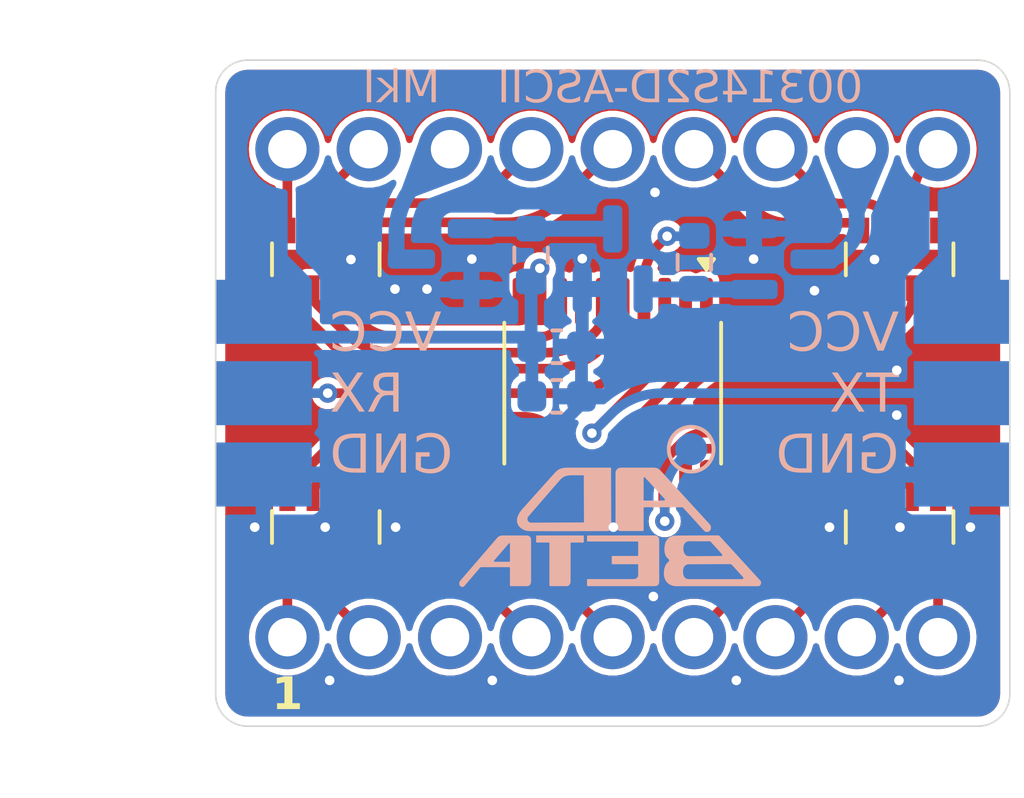
<source format=kicad_pcb>
(kicad_pcb (version 20240108) (generator "pcbnew") (generator_version "8.0")
  (layers (0 "F.Cu" signal) (31 "B.Cu" signal) (34 "B.Paste" user) (35 "F.Paste" user) (36 "B.SilkS" user "B.Silkscreen") (37 "F.SilkS" user "F.Silkscreen") (38 "B.Mask" user) (39 "F.Mask" user) (44 "Edge.Cuts" user))
  (net 0 "")
  (net 1 "/SEG_DP")
  (net 2 "/SEG_D")
  (net 3 "/DIGIT_1")
  (net 4 "/SEG_H")
  (net 5 "/SEG_G1")
  (net 7 "/SEG_F")
  (net 8 "/SEG_B")
  (net 9 "/SEG_I")
  (net 10 "/SEG_J")
  (net 11 "/SEG_C")
  (net 12 "/SEG_G2")
  (net 13 "/SEG_K")
  (net 14 "/SEG_E")
  (net 15 "/SEG_L")
  (net 16 "/SEG_M")
  (net 17 "/DIGIT_2")
  (net 18 "/SEG_A")
  (net 21 "GND")
  (net 22 "VCC")
  (net 23 "/GPIO_PA1")
  (net 24 "/GPIO_PD0")
  (net 25 "/GPIO_PC0")
  (net 26 "/GPIO_PA2")
  (net 27 "/GPIO_PD4")
  (net 28 "/GPIO_PD7")
  (net 29 "/GPIO_PC1")
  (net 30 "/GPIO_PC6")
  (net 31 "/GPIO_PD2")
  (net 32 "/GPIO_PC2")
  (net 33 "/GPIO_PC7")
  (net 34 "/GPIO_PC4")
  (net 35 "/GPIO_PD1")
  (net 36 "/GPIO_PC5")
  (net 37 "/GPIO_PD5")
  (net 38 "/GPIO_PD6")
  (net 39 "/GPIO_PC3")
  (net 40 "/GPIO_PD3")
  (net 41 "Net-(Q1-G)")
  (net 42 "Net-(Q2-G)")
  (footprint "Package_SO:TSSOP-20_4.4x6.5mm_P0.65mm" (layer "F.Cu") (at 98.425 86.995 -90)
    (property "Reference" "U1" (hide yes))
    (property "Value" "CH32V003FxPx")
  )
  (footprint "Resistor_SMD:R_Array_Convex_4x0603" (layer "F.Cu") (at 107.385 91.175 90)
    (property "Reference" "RN2" (hide yes))
    (property "Value" "150R")
  )
  (footprint "Project_Footprints:14_Seg_2_Digit_Display" (layer "F.Cu") (at 98.425 86.995)
    (property "Reference" "DISP1" (hide yes))
    (property "Value" "RED/GREEN 14 Seg")
  )
  (footprint "Resistor_SMD:R_Array_Convex_4x0603" (layer "F.Cu") (at 89.465 91.175 90)
    (property "Reference" "RN1" (hide yes))
    (property "Value" "150R")
  )
  (footprint "Resistor_SMD:R_Array_Convex_4x0603" (layer "F.Cu") (at 107.385 82.815 90)
    (property "Reference" "RN4" (hide yes))
    (property "Value" "150R")
  )
  (footprint "Resistor_SMD:R_Array_Convex_4x0603" (layer "F.Cu") (at 89.465 82.815 90)
    (property "Reference" "RN3" (hide yes))
    (property "Value" "150R")
  )
  (footprint "Capacitor_SMD:C_0603_1608Metric" (layer "B.Cu") (at 96.675 85.545)
    (property "Reference" "C1" (hide yes))
    (property "Value" "100nF")
  )
  (footprint "Project_Footprints:SOT-23_Clean" (layer "B.Cu") (at 93.075 82.8075 180)
    (property "Reference" "Q1" (hide yes))
    (property "Value" "AO3400A")
  )
  (footprint "Resistor_SMD:R_0603_1608Metric" (layer "B.Cu") (at 100.975 82.9075 -90)
    (property "Reference" "R1" (hide yes))
    (property "Value" "10R")
  )
  (footprint "Project_Footprints:Conn_Daisy_Chain" (layer "B.Cu") (at 109.325 86.995 180)
    (property "Reference" "J2" (hide yes))
    (property "Value" "Conn_TX" (hide yes))
  )
  (footprint "Project_Footprints:SOT-23_Clean" (layer "B.Cu") (at 103.775 82.8075)
    (property "Reference" "Q2" (hide yes))
    (property "Value" "AO3400A")
  )
  (footprint "Project_Footprints:SOT-23_Clean" (layer "B.Cu") (at 98.425 82.804 90)
    (property "Reference" "Q3" (hide yes))
    (property "Value" "AO3400A")
  )
  (footprint "Resistor_SMD:R_0603_1608Metric" (layer "B.Cu") (at 95.875 82.6825 -90)
    (property "Reference" "R2" (hide yes))
    (property "Value" "2K2")
  )
  (footprint "TestPoint:TestPoint_Pad_D1.0mm" (layer "B.Cu") (at 100.875 88.745 -90)
    (property "Reference" "TP1" (hide yes))
    (property "Value" "SWIO")
  )
  (footprint "Project_Footprints:Conn_Daisy_Chain" (layer "B.Cu") (at 87.525 86.995 180)
    (property "Reference" "J1" (hide yes))
    (property "Value" "Conn_RX" (hide yes))
  )
  (footprint "Capacitor_SMD:C_0603_1608Metric" (layer "B.Cu") (at 96.675 87.095)
    (property "Reference" "C2" (hide yes))
    (property "Value" "1uF")
  )
  (gr_poly (pts (xy 98.694712 89.320432) (xy 98.684131 89.320626) (xy 98.673822 89.321206) (xy 98.663789 89.322168) (xy 98.654037 89.32351) (xy 98.644569 89.325226) (xy 98.63539 89.327314) (xy 98.626505 89.32977) (xy 98.617916 89.332591) (xy 98.609629 89.335772) (xy 98.601647 89.339311) (xy 98.593975 89.343204) (xy 98.586617 89.347448) (xy 98.579577 89.352038) (xy 98.572859 89.356972) (xy 98.566468 89.362245) (xy 98.560408 89.367854) (xy 98.554682 89.373796) (xy 98.549296 89.380067) (xy 98.544252 89.386663) (xy 98.539556 89.393582) (xy 98.535212 89.400819) (xy 98.531224 89.40837) (xy 98.527595 89.416233) (xy 98.524331 89.424404) (xy 98.521435 89.432878) (xy 98.518911 89.441654) (xy 98.516765 89.450726) (xy 98.514999 89.460093) (xy 98.513618 89.469749) (xy 98.512627 89.479691) (xy 98.512029 89.489916) (xy 98.511829 89.500421) (xy 98.511829 91.12027) (xy 98.512014 91.128582) (xy 98.512566 91.136893) (xy 98.513479 91.145185) (xy 98.514749 91.153442) (xy 98.516371 91.161645) (xy 98.518338 91.169779) (xy 98.520647 91.177825) (xy 98.523293 91.185766) (xy 98.526269 91.193586) (xy 98.529571 91.201266) (xy 98.533194 91.208791) (xy 98.537133 91.216142) (xy 98.541382 91.223302) (xy 98.545937 91.230254) (xy 98.550792 91.236981) (xy 98.555943 91.243466) (xy 98.561383 91.249691) (xy 98.567109 91.25564) (xy 98.573115 91.261294) (xy 98.579396 91.266637) (xy 98.585947 91.271652) (xy 98.592762 91.276321) (xy 98.599837 91.280627) (xy 98.607166 91.284553) (xy 98.614745 91.288081) (xy 98.622568 91.291195) (xy 98.630631 91.293877) (xy 98.638927 91.29611) (xy 98.647452 91.297877) (xy 98.656202 91.29916) (xy 98.66517 91.299943) (xy 98.674351 91.300208) (xy 99.360201 91.300208) (xy 99.362076 91.300167) (xy 99.363891 91.300048) (xy 99.365647 91.299852) (xy 99.367343 91.299581) (xy 99.368979 91.299237) (xy 99.370556 91.298822) (xy 99.372072 91.298339) (xy 99.373529 91.297788) (xy 99.374927 91.297173) (xy 99.376265 91.296494) (xy 99.377543 91.295755) (xy 99.378761 91.294958) (xy 99.37992 91.294103) (xy 99.38102 91.293194) (xy 99.38206 91.292232) (xy 99.38304 91.291219) (xy 99.383961 91.290158) (xy 99.384822 91.28905) (xy 99.385623 91.287897) (xy 99.386366 91.286702) (xy 99.387048 91.285466) (xy 99.387672 91.284191) (xy 99.388236 91.28288) (xy 99.38874 91.281535) (xy 99.389185 91.280157) (xy 99.389571 91.278748) (xy 99.389897 91.277311) (xy 99.390164 91.275848) (xy 99.390372 91.27436) (xy 99.39052 91.27285) (xy 99.390638 91.26977) (xy 99.390638 90.588623) (xy 99.390729 90.585087) (xy 99.391002 90.581748) (xy 99.391208 90.580155) (xy 99.391461 90.578612) (xy 99.391762 90.577121) (xy 99.392111 90.575682) (xy 99.392508 90.574296) (xy 99.392954 90.572963) (xy 99.39345 90.571684) (xy 99.393995 90.570458) (xy 99.394591 90.569288) (xy 99.395237 90.568173) (xy 99.395934 90.567113) (xy 99.396683 90.56611) (xy 99.397485 90.565164) (xy 99.398338 90.564275) (xy 99.399245 90.563443) (xy 99.400205 90.56267) (xy 99.40122 90.561956) (xy 99.402288 90.561302) (xy 99.403411 90.560707) (xy 99.40459 90.560172) (xy 99.405824 90.559699) (xy 99.407115 90.559287) (xy 99.408462 90.558937) (xy 99.409866 90.558649) (xy 99.411328 90.558425) (xy 99.412848 90.558264) (xy 99.414426 90.558167) (xy 99.416063 90.558134) (xy 100.586999 90.558134) (xy 100.588435 90.558166) (xy 100.589885 90.558262) (xy 100.592819 90.558639) (xy 100.595791 90.559251) (xy 100.598789 90.560087) (xy 100.601802 90.561135) (xy 100.604818 90.562381) (xy 100.607828 90.563814) (xy 100.610819 90.565422) (xy 100.61378 90.567192) (xy 100.6167 90.569112) (xy 100.619568 90.57117) (xy 100.622372 90.573353) (xy 100.625103 90.575649) (xy 100.627747 90.578046) (xy 100.630294 90.580532) (xy 100.632733 90.583094) (xy 101.277861 91.291939) (xy 101.283102 91.296938) (xy 101.288355 91.301554) (xy 101.29363 91.305798) (xy 101.29894 91.309677) (xy 101.304294 91.313198) (xy 101.309704 91.31637) (xy 101.315182 91.319202) (xy 101.320738 91.321701) (xy 101.326383 91.323876) (xy 101.332128 91.325734) (xy 101.337985 91.327285) (xy 101.343964 91.328535) (xy 101.350077 91.329493) (xy 101.356335 91.330167) (xy 101.362748 91.330566) (xy 101.369329 91.330697) (xy 101.375049 91.330559) (xy 101.380772 91.330146) (xy 101.386486 91.329459) (xy 101.392178 91.3285) (xy 101.397836 91.327268) (xy 101.403449 91.325766) (xy 101.409004 91.323994) (xy 101.414489 91.321953) (xy 101.419893 91.319645) (xy 101.425202 91.317069) (xy 101.430405 91.314228) (xy 101.43549 91.311122) (xy 101.440445 91.307753) (xy 101.445258 91.304121) (xy 101.449916 91.300227) (xy 101.454407 91.296073) (xy 101.45872 91.291659) (xy 101.462842 91.286986) (xy 101.466762 91.282056) (xy 101.470466 91.27687) (xy 101.473944 91.271427) (xy 101.477183 91.265731) (xy 101.48017 91.259781) (xy 101.482895 91.253578) (xy 101.485344 91.247125) (xy 101.487506 91.24042) (xy 101.489368 91.233467) (xy 101.490919 91.226265) (xy 101.492146 91.218816) (xy 101.493038 91.21112) (xy 101.493582 91.203179) (xy 101.493766 91.194994) (xy 101.493645 91.187821) (xy 101.49328 91.180826) (xy 101.492661 91.173995) (xy 101.491782 91.167309) (xy 101.490636 91.160754) (xy 101.489214 91.154313) (xy 101.487509 91.147969) (xy 101.485514 91.141706) (xy 101.483221 91.135508) (xy 101.480624 91.129359) (xy 101.477713 91.123242) (xy 101.474483 91.117142) (xy 101.470925 91.11104) (xy 101.467032 91.104922) (xy 101.462797 91.098772) (xy 101.458212 91.092572) (xy 100.753276 90.322796) (xy 100.053595 90.322796) (xy 100.053558 90.324573) (xy 100.053447 90.32627) (xy 100.053263 90.327889) (xy 100.053005 90.329431) (xy 100.052675 90.330899) (xy 100.052273 90.332292) (xy 100.0518 90.333614) (xy 100.051255 90.334865) (xy 100.05064 90.336047) (xy 100.049954 90.337162) (xy 100.049198 90.338211) (xy 100.048374 90.339195) (xy 100.04748 90.340116) (xy 100.046518 90.340976) (xy 100.045489 90.341777) (xy 100.044391 90.342519) (xy 100.043227 90.343204) (xy 100.041996 90.343834) (xy 100.0407 90.34441) (xy 100.039337 90.344934) (xy 100.036418 90.345831) (xy 100.033241 90.346538) (xy 100.029812 90.347067) (xy 100.026133 90.347429) (xy 100.022209 90.347638) (xy 100.018042 90.347704) (xy 99.416063 90.347704) (xy 99.412848 90.347605) (xy 99.409866 90.347299) (xy 99.407115 90.346773) (xy 99.405824 90.346425) (xy 99.40459 90.346017) (xy 99.403411 90.345548) (xy 99.402288 90.345017) (xy 99.40122 90.344422) (xy 99.400205 90.343762) (xy 99.399245 90.343034) (xy 99.398338 90.342238) (xy 99.397485 90.341373) (xy 99.396683 90.340435) (xy 99.395934 90.339425) (xy 99.395237 90.33834) (xy 99.394591 90.33718) (xy 99.393995 90.335941) (xy 99.39345 90.334624) (xy 99.392954 90.333226) (xy 99.392508 90.331745) (xy 99.392111 90.330181) (xy 99.391461 90.326797) (xy 99.391002 90.323059) (xy 99.390729 90.318956) (xy 99.390638 90.314476) (xy 99.390638 89.661028) (xy 99.390661 89.658716) (xy 99.390728 89.656455) (xy 99.39084 89.654245) (xy 99.390997 89.652088) (xy 99.391199 89.649986) (xy 99.391445 89.64794) (xy 99.391736 89.645952) (xy 99.392072 89.644023) (xy 99.392453 89.642155) (xy 99.392878 89.640349) (xy 99.393349 89.638607) (xy 99.393864 89.636931) (xy 99.394423 89.635321) (xy 99.395027 89.63378) (xy 99.395676 89.632309) (xy 99.39637 89.630909) (xy 99.397108 89.629582) (xy 99.397891 89.62833) (xy 99.398718 89.627154) (xy 99.399591 89.626055) (xy 99.400507 89.625036) (xy 99.401469 89.624097) (xy 99.402474 89.62324) (xy 99.403525 89.622468) (xy 99.40462 89.62178) (xy 99.405759 89.621179) (xy 99.406943 89.620666) (xy 99.408172 89.620243) (xy 99.409445 89.619912) (xy 99.410763 89.619673) (xy 99.412125 89.619529) (xy 99.413531 89.61948) (xy 99.414988 89.619514) (xy 99.416492 89.619621) (xy 99.418033 89.619809) (xy 99.4196 89.620087) (xy 99.421182 89.620461) (xy 99.422767 89.620942) (xy 99.424345 89.621536) (xy 99.425128 89.621878) (xy 99.425904 89.622251) (xy 99.426673 89.622657) (xy 99.427433 89.623097) (xy 99.428183 89.623571) (xy 99.428922 89.62408) (xy 99.429647 89.624626) (xy 99.430358 89.625209) (xy 99.431054 89.625831) (xy 99.431732 89.626493) (xy 99.432391 89.627195) (xy 99.433031 89.627938) (xy 99.433649 89.628725) (xy 99.434245 89.629554) (xy 99.434816 89.630429) (xy 99.435362 89.631349) (xy 99.435881 89.632315) (xy 99.436372 89.633329) (xy 100.038351 90.289568) (xy 100.040196 90.291645) (xy 100.041923 90.293722) (xy 100.04353 90.295799) (xy 100.045019 90.297875) (xy 100.046388 90.299952) (xy 100.047639 90.302029) (xy 100.048771 90.304106) (xy 100.049783 90.306182) (xy 100.050676 90.308259) (xy 100.051451 90.310336) (xy 100.052106 90.312413) (xy 100.052642 90.314489) (xy 100.053059 90.316566) (xy 100.053357 90.318643) (xy 100.053536 90.32072) (xy 100.053595 90.322796) (xy 100.753276 90.322796) (xy 99.931691 89.425642) (xy 99.91846 89.41214) (xy 99.905377 89.399656) (xy 99.892354 89.388171) (xy 99.8793 89.377662) (xy 99.866127 89.368112) (xy 99.852746 89.359498) (xy 99.839067 89.351801) (xy 99.825 89.345) (xy 99.810458 89.339075) (xy 99.79535 89.334006) (xy 99.779587 89.329773) (xy 99.763081 89.326355) (xy 99.745741 89.323732) (xy 99.727478 89.321883) (xy 99.708205 89.320789) (xy 99.68783 89.320429)) (stroke (width -0.000001)) (fill solid) (layer "B.SilkS"))
  (gr_poly (pts (xy 100.433531 91.441156) (xy 100.405829 91.441723) (xy 100.379336 91.44341) (xy 100.354032 91.446188) (xy 100.329893 91.450027) (xy 100.306898 91.4549) (xy 100.285027 91.460776) (xy 100.264256 91.467627) (xy 100.244566 91.475424) (xy 100.225933 91.484139) (xy 100.208336 91.493741) (xy 100.191754 91.504203) (xy 100.176165 91.515495) (xy 100.161547 91.527588) (xy 100.147879 91.540454) (xy 100.135139 91.554063) (xy 100.123306 91.568387) (xy 100.112357 91.583396) (xy 100.102271 91.599062) (xy 100.093027 91.615356) (xy 100.084603 91.632248) (xy 100.076978 91.64971) (xy 100.070128 91.667713) (xy 100.058673 91.705227) (xy 100.050065 91.744556) (xy 100.044131 91.78547) (xy 100.040697 91.827738) (xy 100.039591 91.871127) (xy 100.040147 91.898241) (xy 100.041797 91.924142) (xy 100.044516 91.948859) (xy 100.04828 91.97242) (xy 100.053062 91.994856) (xy 100.058839 92.016195) (xy 100.065584 92.036467) (xy 100.073273 92.055701) (xy 100.08188 92.073926) (xy 100.09138 92.091171) (xy 100.101749 92.107466) (xy 100.112961 92.12284) (xy 100.12499 92.137322) (xy 100.137812 92.150941) (xy 100.151401 92.163726) (xy 100.165733 92.175708) (xy 100.167859 92.177464) (xy 100.169929 92.179407) (xy 100.171932 92.181519) (xy 100.173857 92.18378) (xy 100.175693 92.18617) (xy 100.177427 92.18867) (xy 100.17905 92.19126) (xy 100.18055 92.193922) (xy 100.181915 92.196635) (xy 100.183134 92.199381) (xy 100.184197 92.20214) (xy 100.185092 92.204892) (xy 100.185807 92.207618) (xy 100.186332 92.210299) (xy 100.186655 92.212915) (xy 100.186765 92.215447) (xy 100.186654 92.218733) (xy 100.186324 92.221971) (xy 100.185782 92.225163) (xy 100.185032 92.228314) (xy 100.18408 92.231426) (xy 100.182933 92.234503) (xy 100.181595 92.237547) (xy 100.180072 92.240563) (xy 100.178369 92.243552) (xy 100.176494 92.246519) (xy 100.17445 92.249466) (xy 100.172244 92.252397) (xy 100.169881 92.255315) (xy 100.167367 92.258224) (xy 100.164708 92.261125) (xy 100.161909 92.264023) (xy 100.144906 92.277887) (xy 100.12902 92.292987) (xy 100.114247 92.309315) (xy 100.100586 92.326866) (xy 100.088033 92.345633) (xy 100.076585 92.365609) (xy 100.066241 92.386788) (xy 100.056996 92.409163) (xy 100.04885 92.432728) (xy 100.041798 92.457477) (xy 100.035839 92.483403) (xy 100.030969 92.510499) (xy 100.027186 92.538759) (xy 100.024487 92.568177) (xy 100.02287 92.598746) (xy 100.022331 92.63046) (xy 100.022766 92.651203) (xy 100.024066 92.671614) (xy 100.02622 92.691673) (xy 100.029218 92.711356) (xy 100.033051 92.730644) (xy 100.037709 92.749514) (xy 100.043182 92.767945) (xy 100.04946 92.785916) (xy 100.056533 92.803405) (xy 100.064392 92.820391) (xy 100.073027 92.836852) (xy 100.082427 92.852768) (xy 100.092584 92.868116) (xy 100.103487 92.882875) (xy 100.115127 92.897023) (xy 100.127493 92.91054) (xy 100.140576 92.923404) (xy 100.154366 92.935593) (xy 100.168853 92.947086) (xy 100.184027 92.957862) (xy 100.199879 92.967899) (xy 100.216399 92.977175) (xy 100.233576 92.98567) (xy 100.251402 92.993362) (xy 100.269865 93.000228) (xy 100.288958 93.006249) (xy 100.308668 93.011403) (xy 100.328988 93.015667) (xy 100.349906 93.019022) (xy 100.371414 93.021444) (xy 100.393501 93.022913) (xy 100.416157 93.023408) (xy 102.972848 93.023048) (xy 102.97976 93.022725) (xy 102.986447 93.021777) (xy 102.9929 93.020233) (xy 102.999111 93.018125) (xy 103.005071 93.015483) (xy 103.010772 93.012337) (xy 103.016204 93.008717) (xy 103.021361 93.004655) (xy 103.026232 93.00018) (xy 103.03081 92.995323) (xy 103.035086 92.990114) (xy 103.039051 92.984584) (xy 103.042697 92.978763) (xy 103.046015 92.972681) (xy 103.048997 92.966369) (xy 103.051635 92.959858) (xy 103.053919 92.953177) (xy 103.055841 92.946358) (xy 103.057393 92.93943) (xy 103.058566 92.932424) (xy 103.059351 92.925371) (xy 103.059741 92.9183) (xy 103.059726 92.911243) (xy 103.059297 92.90423) (xy 103.058448 92.89729) (xy 103.057168 92.890455) (xy 103.055449 92.883755) (xy 103.053283 92.87722) (xy 103.050661 92.870881) (xy 103.047575 92.864768) (xy 103.044016 92.858912) (xy 103.039976 92.853342) (xy 102.960567 92.766502) (xy 102.505483 92.766502) (xy 102.505374 92.768897) (xy 102.505111 92.771272) (xy 102.504699 92.773619) (xy 102.504142 92.775928) (xy 102.503443 92.778192) (xy 102.502606 92.780403) (xy 102.501636 92.782553) (xy 102.500535 92.784633) (xy 102.499309 92.786636) (xy 102.497961 92.788554) (xy 102.496495 92.790379) (xy 102.494915 92.792102) (xy 102.493225 92.793715) (xy 102.491428 92.795211) (xy 102.489529 92.796582) (xy 102.487532 92.797818) (xy 102.485441 92.798913) (xy 102.483259 92.799858) (xy 102.480991 92.800645) (xy 102.47864 92.801266) (xy 102.47621 92.801712) (xy 102.473706 92.801977) (xy 100.807968 92.802647) (xy 100.795658 92.80238) (xy 100.783814 92.80155) (xy 100.772431 92.800167) (xy 100.761504 92.79824) (xy 100.751028 92.795777) (xy 100.740998 92.792788) (xy 100.73141 92.789282) (xy 100.722257 92.785268) (xy 100.713536 92.780754) (xy 100.705242 92.77575) (xy 100.697369 92.770265) (xy 100.689912 92.764307) (xy 100.682867 92.757886) (xy 100.676229 92.751011) (xy 100.669993 92.743691) (xy 100.664154 92.735934) (xy 100.658706 92.72775) (xy 100.653646 92.719147) (xy 100.648968 92.710135) (xy 100.644667 92.700723) (xy 100.637178 92.680733) (xy 100.631138 92.65925) (xy 100.626509 92.636345) (xy 100.623251 92.61209) (xy 100.621326 92.586558) (xy 100.620692 92.55982) (xy 100.620882 92.547535) (xy 100.621452 92.53552) (xy 100.622398 92.523782) (xy 100.623722 92.51233) (xy 100.62542 92.50117) (xy 100.627492 92.490311) (xy 100.629936 92.47976) (xy 100.632751 92.469526) (xy 100.635935 92.459616) (xy 100.639488 92.450037) (xy 100.643407 92.440799) (xy 100.647691 92.431908) (xy 100.65234 92.423372) (xy 100.657351 92.415199) (xy 100.662723 92.407397) (xy 100.668455 92.399974) (xy 100.674545 92.392937) (xy 100.680992 92.386295) (xy 100.687795 92.380054) (xy 100.694953 92.374223) (xy 100.702463 92.36881) (xy 100.710324 92.363823) (xy 100.718536 92.359268) (xy 100.727096 92.355155) (xy 100.736004 92.35149) (xy 100.745258 92.348282) (xy 100.754856 92.345538) (xy 100.764797 92.343267) (xy 100.775081 92.341475) (xy 100.785704 92.340171) (xy 100.796667 92.339363) (xy 100.807968 92.339058) (xy 100.807968 92.33906) (xy 101.44462 92.335862) (xy 102.081275 92.334771) (xy 102.084704 92.334786) (xy 102.088007 92.334854) (xy 102.091187 92.334973) (xy 102.094248 92.335142) (xy 102.097193 92.335361) (xy 102.100025 92.335628) (xy 102.102747 92.335942) (xy 102.105363 92.336302) (xy 102.107876 92.336707) (xy 102.11029 92.337156) (xy 102.112608 92.337649) (xy 102.114832 92.338183) (xy 102.116968 92.338757) (xy 102.119016 92.339372) (xy 102.120982 92.340025) (xy 102.122869 92.340715) (xy 102.124679 92.341443) (xy 102.126416 92.342205) (xy 102.128084 92.343002) (xy 102.129685 92.343833) (xy 102.131224 92.344695) (xy 102.132702 92.345589) (xy 102.134125 92.346513) (xy 102.135494 92.347466) (xy 102.138087 92.349455) (xy 102.140508 92.351548) (xy 102.142784 92.353736) (xy 102.14494 92.35601) (xy 102.49727 92.74317) (xy 102.498912 92.745331) (xy 102.50036 92.747551) (xy 102.50162 92.749824) (xy 102.502695 92.75214) (xy 102.503589 92.754492) (xy 102.504306 92.756871) (xy 102.50485 92.759269) (xy 102.505225 92.761679) (xy 102.505435 92.764093) (xy 102.505483 92.766502) (xy 102.960567 92.766502) (xy 102.30448 92.049012) (xy 101.845036 92.049012) (xy 101.844944 92.051576) (xy 101.844655 92.054048) (xy 101.844182 92.056424) (xy 101.843537 92.058701) (xy 101.842732 92.060878) (xy 101.841779 92.06295) (xy 101.84069 92.064915) (xy 101.839478 92.06677) (xy 101.838155 92.068513) (xy 101.836733 92.07014) (xy 101.835225 92.071649) (xy 101.833641 92.073037) (xy 101.831996 92.0743) (xy 101.8303 92.075437) (xy 101.828566 92.076444) (xy 101.826807 92.077318) (xy 101.825033 92.078057) (xy 101.823259 92.078657) (xy 101.821495 92.079117) (xy 101.819755 92.079432) (xy 101.81805 92.0796) (xy 101.816392 92.079619) (xy 100.817435 92.086027) (xy 100.805467 92.085791) (xy 100.793933 92.084951) (xy 100.782828 92.083519) (xy 100.772149 92.081506) (xy 100.761894 92.078925) (xy 100.752057 92.075788) (xy 100.742637 92.072107) (xy 100.733629 92.067895) (xy 100.725029 92.063163) (xy 100.716835 92.057923) (xy 100.709043 92.052188) (xy 100.701648 92.04597) (xy 100.694649 92.03928) (xy 100.688041 92.032132) (xy 100.681821 92.024537) (xy 100.675985 92.016507) (xy 100.67053 92.008054) (xy 100.665452 91.999191) (xy 100.660748 91.98993) (xy 100.656414 91.980282) (xy 100.648844 91.959878) (xy 100.642713 91.938074) (xy 100.637993 91.914967) (xy 100.634656 91.890656) (xy 100.632674 91.865237) (xy 100.63202 91.838807) (xy 100.63221 91.826721) (xy 100.632779 91.814889) (xy 100.633726 91.80332) (xy 100.635048 91.792022) (xy 100.636744 91.781003) (xy 100.638811 91.770272) (xy 100.64125 91.759838) (xy 100.644056 91.749708) (xy 100.64723 91.739893) (xy 100.650769 91.730399) (xy 100.654671 91.721236) (xy 100.658934 91.712412) (xy 100.663557 91.703936) (xy 100.668539 91.695816) (xy 100.673876 91.68806) (xy 100.679569 91.680678) (xy 100.685614 91.673678) (xy 100.69201 91.667068) (xy 100.698755 91.660856) (xy 100.705848 91.655052) (xy 100.713287 91.649663) (xy 100.721069 91.644699) (xy 100.729194 91.640168) (xy 100.73766 91.636078) (xy 100.746465 91.632438) (xy 100.755606 91.629256) (xy 100.765083 91.626541) (xy 100.774893 91.624301) (xy 100.785035 91.622546) (xy 100.795507 91.621282) (xy 100.806308 91.62052) (xy 100.817435 91.620267) (xy 101.437552 91.621352) (xy 101.447772 91.621339) (xy 101.452161 91.621409) (xy 101.456125 91.621559) (xy 101.459708 91.621809) (xy 101.461368 91.621979) (xy 101.462949 91.622182) (xy 101.464455 91.622421) (xy 101.465892 91.622699) (xy 101.467265 91.623018) (xy 101.468579 91.623381) (xy 101.469839 91.623791) (xy 101.471051 91.62425) (xy 101.472219 91.624762) (xy 101.47335 91.625328) (xy 101.474448 91.625952) (xy 101.475518 91.626635) (xy 101.476567 91.627382) (xy 101.477598 91.628194) (xy 101.478618 91.629075) (xy 101.479631 91.630026) (xy 101.480643 91.631051) (xy 101.481659 91.632152) (xy 101.482685 91.633332) (xy 101.483725 91.634593) (xy 101.48587 91.637372) (xy 101.832463 92.018899) (xy 101.835008 92.022233) (xy 101.837233 92.025504) (xy 101.839153 92.028707) (xy 101.840778 92.03184) (xy 101.842122 92.0349) (xy 101.843195 92.037885) (xy 101.844011 92.040792) (xy 101.844582 92.043617) (xy 101.84492 92.046358) (xy 101.845036 92.049012) (xy 102.30448 92.049012) (xy 101.770544 91.465107) (xy 101.765943 91.459819) (xy 101.761762 91.455209) (xy 101.757876 91.45123) (xy 101.754162 91.447835) (xy 101.750496 91.444979) (xy 101.746756 91.442614) (xy 101.742816 91.440695) (xy 101.738553 91.439174) (xy 101.733844 91.438007) (xy 101.728565 91.437145) (xy 101.722593 91.436544) (xy 101.715802 91.436155) (xy 101.708071 91.435934) (xy 101.699274 91.435833) (xy 101.677992 91.435806)) (stroke (width -0.000001)) (fill solid) (layer "B.SilkS"))
  (gr_poly (pts (xy 96.052548 91.438804) (xy 96.051147 91.438836) (xy 96.049813 91.438932) (xy 96.048542 91.439092) (xy 96.047335 91.439314) (xy 96.04619 91.439598) (xy 96.045104 91.439942) (xy 96.044078 91.440347) (xy 96.043108 91.44081) (xy 96.042195 91.441333) (xy 96.041336 91.441912) (xy 96.040531 91.442549) (xy 96.039777 91.443241) (xy 96.039074 91.443989) (xy 96.03842 91.44479) (xy 96.037813 91.445646) (xy 96.037253 91.446554) (xy 96.036737 91.447514) (xy 96.036265 91.448525) (xy 96.035445 91.450697) (xy 96.034782 91.453063) (xy 96.034264 91.455618) (xy 96.033882 91.458354) (xy 96.033622 91.461266) (xy 96.033474 91.464345) (xy 96.033428 91.467587) (xy 96.033428 91.62918) (xy 96.03345 91.631022) (xy 96.033517 91.632811) (xy 96.033628 91.634548) (xy 96.033782 91.636233) (xy 96.033981 91.637863) (xy 96.034222 91.63944) (xy 96.034506 91.640962) (xy 96.034832 91.64243) (xy 96.035201 91.643843) (xy 96.035611 91.6452) (xy 96.036062 91.646501) (xy 96.036554 91.647746) (xy 96.037087 91.648934) (xy 96.03766 91.650065) (xy 96.038273 91.651139) (xy 96.038926 91.652154) (xy 96.039618 91.653112) (xy 96.040348 91.65401) (xy 96.041118 91.654849) (xy 96.041925 91.655629) (xy 96.04277 91.656348) (xy 96.043652 91.657007) (xy 96.044572 91.657606) (xy 96.045528 91.658143) (xy 96.046521 91.658618) (xy 96.04755 91.659032) (xy 96.048614 91.659382) (xy 96.049714 91.65967) (xy 96.050849 91.659895) (xy 96.052018 91.660056) (xy 96.053222 91.660153) (xy 96.05446 91.660186) (xy 96.427202 91.660186) (xy 96.429328 91.660263) (xy 96.430371 91.66036) (xy 96.431399 91.660496) (xy 96.43241 91.66067) (xy 96.433402 91.660883) (xy 96.434375 91.661136) (xy 96.435327 91.661426) (xy 96.436257 91.661756) (xy 96.437163 91.662125) (xy 96.438043 91.662532) (xy 96.438897 91.662979) (xy 96.439723 91.663464) (xy 96.44052 91.663988) (xy 96.441286 91.664551) (xy 96.44202 91.665153) (xy 96.44272 91.665793) (xy 96.443385 91.666473) (xy 96.444013 91.667192) (xy 96.444604 91.667949) (xy 96.445156 91.668746) (xy 96.445667 91.669581) (xy 96.446136 91.670456) (xy 96.446561 91.671369) (xy 96.446942 91.672321) (xy 96.447277 91.673313) (xy 96.447564 91.674343) (xy 96.447801 91.675413) (xy 96.447989 91.676521) (xy 96.448125 91.677669) (xy 96.448207 91.678855) (xy 96.448235 91.680081) (xy 96.448235 92.997261) (xy 96.448325 92.999724) (xy 96.448599 93.002122) (xy 96.449062 93.004444) (xy 96.449367 93.005572) (xy 96.449721 93.006675) (xy 96.450126 93.007753) (xy 96.450581 93.008804) (xy 96.451089 93.009825) (xy 96.451648 93.010815) (xy 96.452261 93.011773) (xy 96.452928 93.012698) (xy 96.453649 93.013586) (xy 96.454425 93.014437) (xy 96.455258 93.01525) (xy 96.456147 93.016021) (xy 96.457094 93.016751) (xy 96.458098 93.017437) (xy 96.459162 93.018077) (xy 96.460285 93.01867) (xy 96.461469 93.019215) (xy 96.462713 93.019709) (xy 96.464019 93.020151) (xy 96.465388 93.02054) (xy 96.46682 93.020873) (xy 96.468316 93.021149) (xy 96.469876 93.021367) (xy 96.471501 93.021524) (xy 96.473193 93.02162) (xy 96.474951 93.021652) (xy 96.989183 93.021652) (xy 96.995751 93.021441) (xy 97.00219 93.020814) (xy 97.008496 93.019788) (xy 97.014663 93.018374) (xy 97.020685 93.016587) (xy 97.026558 93.014441) (xy 97.032276 93.01195) (xy 97.037834 93.009127) (xy 97.043226 93.005986) (xy 97.048449 93.002541) (xy 97.053495 92.998806) (xy 97.058361 92.994794) (xy 97.06304 92.99052) (xy 97.067528 92.985996) (xy 97.071819 92.981238) (xy 97.075908 92.976258) (xy 97.083459 92.96569) (xy 97.09014 92.954401) (xy 97.095908 92.942503) (xy 97.100721 92.930106) (xy 97.104538 92.917321) (xy 97.107316 92.904256) (xy 97.109014 92.891024) (xy 97.109589 92.877733) (xy 97.109589 91.680081) (xy 97.109611 91.678855) (xy 97.109678 91.677668) (xy 97.109789 91.67652) (xy 97.109944 91.675411) (xy 97.110142 91.674342) (xy 97.110383 91.673311) (xy 97.110667 91.67232) (xy 97.110994 91.671367) (xy 97.111362 91.670454) (xy 97.111772 91.669579) (xy 97.112223 91.668744) (xy 97.112716 91.667947) (xy 97.113249 91.66719) (xy 97.113822 91.666471) (xy 97.114435 91.665792) (xy 97.115088 91.665151) (xy 97.115779 91.664549) (xy 97.11651 91.663986) (xy 97.117279 91.663462) (xy 97.118086 91.662977) (xy 97.118932 91.662531) (xy 97.119814 91.662124) (xy 97.120734 91.661755) (xy 97.12169 91.661426) (xy 97.122683 91.661135) (xy 97.123712 91.660883) (xy 97.124776 91.66067) (xy 97.125876 91.660495) (xy 97.12818 91.660263) (xy 97.130621 91.660185) (xy 97.49954 91.660185) (xy 97.500951 91.660153) (xy 97.502318 91.660056) (xy 97.503639 91.659895) (xy 97.504916 91.65967) (xy 97.506149 91.659382) (xy 97.507336 91.659031) (xy 97.508479 91.658618) (xy 97.509577 91.658143) (xy 97.51063 91.657605) (xy 97.511638 91.657007) (xy 97.512601 91.656348) (xy 97.51352 91.655628) (xy 97.514394 91.654849) (xy 97.515223 91.65401) (xy 97.516007 91.653111) (xy 97.516747 91.652154) (xy 97.517441 91.651139) (xy 97.518091 91.650065) (xy 97.518696 91.648934) (xy 97.519257 91.647746) (xy 97.519772 91.646501) (xy 97.520243 91.6452) (xy 97.52105 91.64243) (xy 97.521677 91.63944) (xy 97.522125 91.636232) (xy 97.522394 91.632811) (xy 97.522484 91.629179) (xy 97.522484 91.467587) (xy 97.522459 91.464345) (xy 97.522372 91.461265) (xy 97.522206 91.458354) (xy 97.521946 91.455618) (xy 97.521774 91.454318) (xy 97.521573 91.453063) (xy 97.521339 91.451856) (xy 97.521071 91.450697) (xy 97.520767 91.449586) (xy 97.520424 91.448525) (xy 97.52004 91.447514) (xy 97.519614 91.446554) (xy 97.519143 91.445646) (xy 97.518625 91.44479) (xy 97.518059 91.443988) (xy 97.517441 91.443241) (xy 97.516769 91.442549) (xy 97.516043 91.441912) (xy 97.515259 91.441332) (xy 97.514416 91.44081) (xy 97.513511 91.440347) (xy 97.512542 91.439942) (xy 97.511508 91.439597) (xy 97.510406 91.439314) (xy 97.509233 91.439092) (xy 97.507989 91.438932) (xy 97.506671 91.438836) (xy 97.505276 91.438803)) (stroke (width -0.000001)) (fill solid) (layer "B.SilkS"))
  (gr_poly (pts (xy 97.060084 89.321) (xy 97.000942 89.32198) (xy 96.973817 89.323184) (xy 96.948216 89.324868) (xy 96.924062 89.327033) (xy 96.901275 89.329684) (xy 96.879777 89.332822) (xy 96.859488 89.336451) (xy 96.840329 89.340572) (xy 96.822222 89.345189) (xy 96.805088 89.350303) (xy 96.788848 89.355919) (xy 96.773423 89.362037) (xy 96.758733 89.368662) (xy 96.744701 89.375795) (xy 96.731247 89.38344) (xy 96.718293 89.391598) (xy 96.705759 89.400272) (xy 96.693566 89.409466) (xy 96.681637 89.419182) (xy 96.658249 89.440188) (xy 96.634966 89.463313) (xy 96.611155 89.488578) (xy 96.586185 89.516003) (xy 96.530245 89.577419) (xy 95.596658 90.619784) (xy 95.562545 90.661503) (xy 95.532881 90.701927) (xy 95.507486 90.741056) (xy 95.486181 90.778886) (xy 95.468783 90.815417) (xy 95.455113 90.850645) (xy 95.44499 90.884569) (xy 95.438234 90.917187) (xy 95.434663 90.948496) (xy 95.434097 90.978496) (xy 95.436356 91.007183) (xy 95.441258 91.034556) (xy 95.448624 91.060613) (xy 95.458273 91.085352) (xy 95.470023 91.108771) (xy 95.483695 91.130867) (xy 95.499108 91.151639) (xy 95.516081 91.171085) (xy 95.534434 91.189202) (xy 95.553986 91.20599) (xy 95.574556 91.221445) (xy 95.595964 91.235566) (xy 95.618029 91.24835) (xy 95.64057 91.259796) (xy 95.663408 91.269902) (xy 95.686361 91.278666) (xy 95.709249 91.286085) (xy 95.73189 91.292158) (xy 95.754106 91.296883) (xy 95.775714 91.300257) (xy 95.796534 91.302279) (xy 95.816387 91.302946) (xy 96.652718 91.30677) (xy 98.254997 91.302636) (xy 98.263839 91.302426) (xy 98.272265 91.301876) (xy 98.280282 91.300992) (xy 98.287902 91.299776) (xy 98.295133 91.298233) (xy 98.301986 91.296367) (xy 98.30847 91.294181) (xy 98.314595 91.29168) (xy 98.32037 91.288867) (xy 98.325806 91.285747) (xy 98.330913 91.282322) (xy 98.335698 91.278598) (xy 98.340174 91.274579) (xy 98.344348 91.270267) (xy 98.348232 91.265667) (xy 98.351834 91.260783) (xy 98.355164 91.255618) (xy 98.358233 91.250178) (xy 98.361049 91.244465) (xy 98.363623 91.238483) (xy 98.368081 91.225731) (xy 98.371686 91.211951) (xy 98.374515 91.197177) (xy 98.376646 91.181438) (xy 98.378156 91.164766) (xy 98.379124 91.147194) (xy 98.378729 91.032162) (xy 97.526928 91.032162) (xy 95.878606 91.03836) (xy 95.869484 91.037771) (xy 95.860638 91.03663) (xy 95.852082 91.034957) (xy 95.843828 91.032771) (xy 95.835892 91.030094) (xy 95.828285 91.026944) (xy 95.821021 91.023343) (xy 95.814114 91.01931) (xy 95.807578 91.014865) (xy 95.801426 91.010028) (xy 95.79567 91.004819) (xy 95.790326 90.99926) (xy 95.785406 90.993368) (xy 95.780923 90.987165) (xy 95.776892 90.980671) (xy 95.773325 90.973906) (xy 95.770237 90.966889) (xy 95.76764 90.959641) (xy 95.765548 90.952182) (xy 95.763975 90.944532) (xy 95.762934 90.936712) (xy 95.762438 90.92874) (xy 95.762501 90.920637) (xy 95.763137 90.912424) (xy 95.764358 90.90412) (xy 95.766179 90.895746) (xy 95.768613 90.887321) (xy 95.771673 90.878866) (xy 95.775373 90.8704) (xy 95.779726 90.861944) (xy 95.784746 90.853518) (xy 95.790446 90.845142) (xy 96.771575 89.714823) (xy 96.795364 89.688862) (xy 96.81903 89.665924) (xy 96.842714 89.645824) (xy 96.86656 89.628378) (xy 96.89071 89.613399) (xy 96.915309 89.600703) (xy 96.940498 89.590103) (xy 96.966422 89.581416) (xy 96.993222 89.574455) (xy 97.021042 89.569035) (xy 97.050024 89.564971) (xy 97.080313 89.562077) (xy 97.112051 89.560169) (xy 97.14538 89.559061) (xy 97.217387 89.558502) (xy 97.521605 89.561657) (xy 97.526928 91.032162) (xy 98.378729 91.032162) (xy 98.372975 89.356554) (xy 98.37302 89.340775) (xy 98.372919 89.337523) (xy 98.372828 89.336002) (xy 98.372704 89.33455) (xy 98.372543 89.333169) (xy 98.37234 89.331857) (xy 98.37209 89.330615) (xy 98.371791 89.329444) (xy 98.371437 89.328343) (xy 98.371024 89.327312) (xy 98.370547 89.326352) (xy 98.370002 89.325463) (xy 98.369386 89.324644) (xy 98.368692 89.323896) (xy 98.367918 89.323218) (xy 98.367059 89.322612) (xy 98.36611 89.322077) (xy 98.365067 89.321613) (xy 98.363926 89.32122) (xy 98.362682 89.320899) (xy 98.361331 89.320649) (xy 98.359869 89.32047) (xy 98.358291 89.320364) (xy 98.356593 89.320329)) (stroke (width -0.000001)) (fill solid) (layer "B.SilkS"))
  (gr_poly (pts (xy 97.643559 91.438836) (xy 97.64234 91.438932) (xy 97.641146 91.439092) (xy 97.639977 91.439314) (xy 97.638835 91.439597) (xy 97.637721 91.439942) (xy 97.636636 91.440347) (xy 97.635581 91.44081) (xy 97.634556 91.441332) (xy 97.633564 91.441912) (xy 97.632604 91.442549) (xy 97.631679 91.443241) (xy 97.630789 91.443988) (xy 97.629935 91.44479) (xy 97.629117 91.445646) (xy 97.628338 91.446554) (xy 97.627599 91.447514) (xy 97.626899 91.448525) (xy 97.626241 91.449586) (xy 97.625625 91.450697) (xy 97.625052 91.451856) (xy 97.624524 91.453063) (xy 97.624041 91.454318) (xy 97.623605 91.455618) (xy 97.623216 91.456964) (xy 97.622876 91.458354) (xy 97.622344 91.461265) (xy 97.62202 91.464345) (xy 97.621909 91.467587) (xy 97.621909 91.602618) (xy 97.621937 91.604051) (xy 97.62202 91.605445) (xy 97.622156 91.606799) (xy 97.622344 91.608113) (xy 97.622585 91.609386) (xy 97.622876 91.610619) (xy 97.623216 91.61181) (xy 97.623605 91.612959) (xy 97.624041 91.614066) (xy 97.624524 91.61513) (xy 97.625052 91.616151) (xy 97.625625 91.617129) (xy 97.626241 91.618064) (xy 97.626899 91.618954) (xy 97.627599 91.619799) (xy 97.628338 91.620599) (xy 97.629117 91.621354) (xy 97.629934 91.622063) (xy 97.630789 91.622726) (xy 97.631679 91.623342) (xy 97.632604 91.623912) (xy 97.633564 91.624434) (xy 97.634556 91.624908) (xy 97.635581 91.625334) (xy 97.636636 91.625711) (xy 97.637721 91.626039) (xy 97.638835 91.626318) (xy 97.639977 91.626547) (xy 97.641146 91.626726) (xy 97.64234 91.626854) (xy 97.643559 91.626932) (xy 97.644802 91.626957) (xy 99.196955 91.626957) (xy 99.199417 91.627062) (xy 99.20178 91.627377) (xy 99.202922 91.627615) (xy 99.204036 91.627906) (xy 99.205121 91.628252) (xy 99.206177 91.628653) (xy 99.207201 91.629109) (xy 99.208194 91.62962) (xy 99.209153 91.630188) (xy 99.210078 91.630811) (xy 99.210969 91.631492) (xy 99.211823 91.632229) (xy 99.21264 91.633025) (xy 99.213419 91.633878) (xy 99.214159 91.634789) (xy 99.214858 91.63576) (xy 99.215516 91.636789) (xy 99.216132 91.637878) (xy 99.216705 91.639027) (xy 99.217233 91.640237) (xy 99.217716 91.641507) (xy 99.218153 91.642838) (xy 99.218541 91.644231) (xy 99.218882 91.645686) (xy 99.219173 91.647204) (xy 99.219413 91.648784) (xy 99.219602 91.650427) (xy 99.219738 91.652134) (xy 99.219848 91.655741) (xy 99.219848 92.051995) (xy 99.21982 92.053435) (xy 99.219738 92.054847) (xy 99.219602 92.056232) (xy 99.219413 92.057586) (xy 99.219173 92.05891) (xy 99.218882 92.060201) (xy 99.218542 92.06146) (xy 99.218153 92.062683) (xy 99.217716 92.063872) (xy 99.217233 92.065023) (xy 99.216705 92.066136) (xy 99.216133 92.06721) (xy 99.215517 92.068243) (xy 99.214858 92.069235) (xy 99.214159 92.070183) (xy 99.213419 92.071088) (xy 99.21264 92.071947) (xy 99.211823 92.072759) (xy 99.210969 92.073523) (xy 99.210079 92.074239) (xy 99.209153 92.074904) (xy 99.208194 92.075518) (xy 99.207201 92.076079) (xy 99.206177 92.076586) (xy 99.205122 92.077038) (xy 99.204036 92.077434) (xy 99.202922 92.077772) (xy 99.20178 92.078051) (xy 99.200612 92.078271) (xy 99.199417 92.078429) (xy 99.198198 92.078525) (xy 99.196955 92.078557) (xy 98.411318 92.078557) (xy 98.409235 92.078637) (xy 98.407285 92.078881) (xy 98.40547 92.079301) (xy 98.404613 92.07958) (xy 98.40379 92.079906) (xy 98.403 92.08028) (xy 98.402244 92.080705) (xy 98.401521 92.08118) (xy 98.400832 92.081708) (xy 98.400177 92.082289) (xy 98.399555 92.082925) (xy 98.398967 92.083617) (xy 98.398412 92.084367) (xy 98.397891 92.085174) (xy 98.397404 92.086041) (xy 98.39695 92.086969) (xy 98.39653 92.087959) (xy 98.395791 92.09013) (xy 98.395186 92.092563) (xy 98.394715 92.095269) (xy 98.394379 92.098257) (xy 98.394177 92.101537) (xy 98.39411 92.105119) (xy 98.39411 92.31322) (xy 98.394127 92.314653) (xy 98.394177 92.316047) (xy 98.394261 92.317401) (xy 98.394379 92.318715) (xy 98.39453 92.319988) (xy 98.394715 92.321221) (xy 98.394934 92.322412) (xy 98.395186 92.323561) (xy 98.395472 92.324668) (xy 98.395791 92.325732) (xy 98.396144 92.326753) (xy 98.396531 92.327731) (xy 98.396951 92.328665) (xy 98.397405 92.329555) (xy 98.397892 92.330401) (xy 98.398413 92.331201) (xy 98.398968 92.331956) (xy 98.399556 92.332665) (xy 98.400178 92.333328) (xy 98.400833 92.333944) (xy 98.401522 92.334514) (xy 98.402245 92.335036) (xy 98.403001 92.33551) (xy 98.403791 92.335936) (xy 98.404614 92.336313) (xy 98.405471 92.336641) (xy 98.406362 92.33692) (xy 98.407286 92.337149) (xy 98.408244 92.337328) (xy 98.409235 92.337457) (xy 98.41026 92.337534) (xy 98.411318 92.33756) (xy 99.196955 92.33756) (xy 99.198198 92.337592) (xy 99.199417 92.337688) (xy 99.200612 92.337845) (xy 99.20178 92.338063) (xy 99.202922 92.338339) (xy 99.204036 92.338672) (xy 99.205121 92.339061) (xy 99.206177 92.339503) (xy 99.207201 92.339997) (xy 99.208194 92.340541) (xy 99.209153 92.341135) (xy 99.210078 92.341775) (xy 99.210969 92.342461) (xy 99.211823 92.34319) (xy 99.21264 92.343962) (xy 99.213419 92.344774) (xy 99.214159 92.345625) (xy 99.214858 92.346514) (xy 99.215516 92.347438) (xy 99.216132 92.348396) (xy 99.216705 92.349387) (xy 99.217233 92.350408) (xy 99.217716 92.351458) (xy 99.218153 92.352536) (xy 99.218541 92.35364) (xy 99.218882 92.354768) (xy 99.219173 92.355918) (xy 99.219413 92.357089) (xy 99.219602 92.35828) (xy 99.219738 92.359488) (xy 99.21982 92.360712) (xy 99.219848 92.361951) (xy 99.219848 92.647515) (xy 99.219285 92.666377) (xy 99.218578 92.675324) (xy 99.217584 92.683951) (xy 99.216301 92.692259) (xy 99.214725 92.700249) (xy 99.212855 92.707921) (xy 99.210688 92.715278) (xy 99.208222 92.72232) (xy 99.205453 92.729049) (xy 99.202381 92.735466) (xy 99.199001 92.741571) (xy 99.195312 92.747368) (xy 99.191311 92.752855) (xy 99.186996 92.758036) (xy 99.182365 92.76291) (xy 99.177414 92.76748) (xy 99.172141 92.771746) (xy 99.166544 92.77571) (xy 99.160621 92.779372) (xy 99.154369 92.782734) (xy 99.147785 92.785798) (xy 99.140867 92.788564) (xy 99.133612 92.791034) (xy 99.126019 92.793209) (xy 99.118084 92.79509) (xy 99.109805 92.796678) (xy 99.10118 92.797974) (xy 99.092205 92.798981) (xy 99.08288 92.799698) (xy 99.063165 92.800271) (xy 97.644802 92.800271) (xy 97.643559 92.800303) (xy 97.64234 92.800399) (xy 97.641146 92.800557) (xy 97.639977 92.800776) (xy 97.638835 92.801056) (xy 97.637721 92.801394) (xy 97.636636 92.80179) (xy 97.635581 92.802242) (xy 97.634556 92.802749) (xy 97.633564 92.80331) (xy 97.632604 92.803924) (xy 97.631679 92.804589) (xy 97.630789 92.805304) (xy 97.629935 92.806069) (xy 97.629117 92.806881) (xy 97.628338 92.80774) (xy 97.627599 92.808644) (xy 97.626899 92.809593) (xy 97.626241 92.810585) (xy 97.625625 92.811618) (xy 97.625052 92.812692) (xy 97.624524 92.813805) (xy 97.624041 92.814956) (xy 97.623605 92.816144) (xy 97.623216 92.817368) (xy 97.622876 92.818626) (xy 97.622585 92.819918) (xy 97.622344 92.821242) (xy 97.622156 92.822596) (xy 97.62202 92.82398) (xy 97.621937 92.825393) (xy 97.621909 92.826832) (xy 97.621909 92.997261) (xy 97.621937 92.9985) (xy 97.62202 92.999724) (xy 97.622156 93.000932) (xy 97.622344 93.002122) (xy 97.622585 93.003294) (xy 97.622876 93.004444) (xy 97.623216 93.005572) (xy 97.623605 93.006675) (xy 97.624041 93.007753) (xy 97.624524 93.008804) (xy 97.625052 93.009825) (xy 97.625625 93.010815) (xy 97.626241 93.011773) (xy 97.626899 93.012698) (xy 97.627599 93.013586) (xy 97.628338 93.014437) (xy 97.629117 93.01525) (xy 97.629934 93.016021) (xy 97.630789 93.016751) (xy 97.631679 93.017437) (xy 97.632604 93.018077) (xy 97.633564 93.01867) (xy 97.634556 93.019215) (xy 97.635581 93.019709) (xy 97.636636 93.020151) (xy 97.637721 93.02054) (xy 97.638835 93.020873) (xy 97.639977 93.021149) (xy 97.641146 93.021367) (xy 97.64234 93.021524) (xy 97.643559 93.02162) (xy 97.644802 93.021652) (xy 99.741728 93.021652) (xy 99.750022 93.021472) (xy 99.758058 93.020936) (xy 99.765835 93.020052) (xy 99.773353 93.018828) (xy 99.780613 93.017271) (xy 99.787613 93.01539) (xy 99.794353 93.013191) (xy 99.800833 93.010683) (xy 99.807053 93.007874) (xy 99.813012 93.00477) (xy 99.818709 93.001381) (xy 99.824146 92.997713) (xy 99.82932 92.993774) (xy 99.834233 92.989571) (xy 99.838882 92.985114) (xy 99.843269 92.980409) (xy 99.847393 92.975464) (xy 99.851253 92.970286) (xy 99.85485 92.964884) (xy 99.858182 92.959265) (xy 99.861249 92.953438) (xy 99.864052 92.947408) (xy 99.866589 92.941185) (xy 99.868861 92.934776) (xy 99.870866 92.928189) (xy 99.872606 92.921431) (xy 99.874079 92.91451) (xy 99.875284 92.907434) (xy 99.876893 92.892848) (xy 99.87743 92.877733) (xy 99.87743 91.584893) (xy 99.876915 91.571578) (xy 99.875363 91.558277) (xy 99.87277 91.545105) (xy 99.871081 91.538605) (xy 99.86913 91.53218) (xy 99.866915 91.525847) (xy 99.864437 91.519619) (xy 99.861694 91.513511) (xy 99.858686 91.507538) (xy 99.855412 91.501714) (xy 99.851871 91.496054) (xy 99.848063 91.490572) (xy 99.843986 91.485283) (xy 99.839641 91.480201) (xy 99.835026 91.475342) (xy 99.830142 91.47072) (xy 99.824986 91.466348) (xy 99.819558 91.462243) (xy 99.813859 91.458418) (xy 99.807886 91.454888) (xy 99.801639 91.451668) (xy 99.795119 91.448772) (xy 99.788322 91.446215) (xy 99.781251 91.444011) (xy 99.773902 91.442175) (xy 99.766276 91.440722) (xy 99.758373 91.439666) (xy 99.75019 91.439021) (xy 99.741728 91.438803) (xy 97.644802 91.438803)) (stroke (width -0.000001)) (fill solid) (layer "B.SilkS"))
  (gr_poly (pts (xy 94.991631 91.438804) (xy 94.976299 91.439092) (xy 94.961797 91.439967) (xy 94.948057 91.441446) (xy 94.935012 91.443544) (xy 94.922595 91.446277) (xy 94.910738 91.449663) (xy 94.899375 91.453716) (xy 94.888437 91.458454) (xy 94.877857 91.463892) (xy 94.867569 91.470047) (xy 94.857504 91.476935) (xy 94.847596 91.484572) (xy 94.837777 91.492974) (xy 94.827979 91.502157) (xy 94.818136 91.512138) (xy 94.80818 91.522933) (xy 93.65936 92.855616) (xy 93.655909 92.860574) (xy 93.652721 92.865492) (xy 93.64979 92.870384) (xy 93.647112 92.875263) (xy 93.64468 92.880142) (xy 93.642489 92.885035) (xy 93.640533 92.889953) (xy 93.638807 92.89491) (xy 93.637305 92.899919) (xy 93.636021 92.904992) (xy 93.63495 92.910144) (xy 93.634086 92.915386) (xy 93.633424 92.920733) (xy 93.632958 92.926196) (xy 93.632683 92.931788) (xy 93.632592 92.937524) (xy 93.632731 92.944067) (xy 93.63314 92.950416) (xy 93.633812 92.956568) (xy 93.634736 92.962523) (xy 93.635904 92.96828) (xy 93.637307 92.973839) (xy 93.638935 92.979198) (xy 93.64078 92.984357) (xy 93.642832 92.989315) (xy 93.645082 92.994071) (xy 93.647521 92.998624) (xy 93.65014 93.002974) (xy 93.65293 93.00712) (xy 93.655882 93.01106) (xy 93.658986 93.014795) (xy 93.662234 93.018323) (xy 93.665616 93.021643) (xy 93.669123 93.024755) (xy 93.672747 93.027658) (xy 93.676478 93.03035) (xy 93.680306 93.032833) (xy 93.684224 93.035103) (xy 93.688221 93.037161) (xy 93.692289 93.039006) (xy 93.696418 93.040637) (xy 93.7006 93.042053) (xy 93.704825 93.043253) (xy 93.709084 93.044237) (xy 93.713369 93.045004) (xy 93.717669 93.045552) (xy 93.721976 93.045882) (xy 93.726281 93.045992) (xy 93.731233 93.045887) (xy 93.736057 93.045568) (xy 93.740764 93.045028) (xy 93.745361 93.044261) (xy 93.749857 93.04326) (xy 93.75426 93.042019) (xy 93.758579 93.040532) (xy 93.762822 93.038791) (xy 93.766998 93.036791) (xy 93.771115 93.034526) (xy 93.775182 93.031987) (xy 93.779208 93.029171) (xy 93.7832 93.026069) (xy 93.787168 93.022675) (xy 93.791119 93.018983) (xy 93.795063 93.014987) (xy 94.280563 92.448251) (xy 94.2824 92.446203) (xy 94.284318 92.444218) (xy 94.28631 92.442304) (xy 94.288368 92.440472) (xy 94.290483 92.438732) (xy 94.292645 92.437091) (xy 94.294847 92.435562) (xy 94.29708 92.434152) (xy 94.299336 92.432872) (xy 94.301605 92.431732) (xy 94.30388 92.43074) (xy 94.306151 92.429908) (xy 94.30841 92.429243) (xy 94.310649 92.428756) (xy 94.312859 92.428457) (xy 94.313951 92.428381) (xy 94.315032 92.428356) (xy 95.196166 92.428356) (xy 95.197399 92.428381) (xy 95.198588 92.428459) (xy 95.199732 92.428587) (xy 95.200832 92.428766) (xy 95.201889 92.428995) (xy 95.202903 92.429274) (xy 95.203874 92.429602) (xy 95.204803 92.429979) (xy 95.20569 92.430405) (xy 95.206534 92.430879) (xy 95.207338 92.431401) (xy 95.2081 92.431971) (xy 95.208822 92.432587) (xy 95.209504 92.43325) (xy 95.210146 92.433959) (xy 95.210748 92.434714) (xy 95.211311 92.435514) (xy 95.211835 92.43636) (xy 95.21232 92.43725) (xy 95.212767 92.438184) (xy 95.213177 92.439162) (xy 95.213549 92.440183) (xy 95.214182 92.442354) (xy 95.214669 92.444694) (xy 95.215014 92.4472) (xy 95.215219 92.449868) (xy 95.215286 92.452695) (xy 95.215286 92.997261) (xy 95.215376 92.999724) (xy 95.215488 93.000932) (xy 95.215645 93.002122) (xy 95.215847 93.003294) (xy 95.216093 93.004444) (xy 95.216385 93.005572) (xy 95.216721 93.006675) (xy 95.217102 93.007753) (xy 95.217528 93.008804) (xy 95.217999 93.009825) (xy 95.218514 93.010815) (xy 95.219075 93.011773) (xy 95.21968 93.012698) (xy 95.22033 93.013586) (xy 95.221024 93.014437) (xy 95.221764 93.01525) (xy 95.222548 93.016021) (xy 95.223377 93.016751) (xy 95.224251 93.017437) (xy 95.22517 93.018077) (xy 95.226133 93.01867) (xy 95.227141 93.019215) (xy 95.228194 93.019709) (xy 95.229292 93.020151) (xy 95.230435 93.02054) (xy 95.231622 93.020873) (xy 95.232854 93.021149) (xy 95.234131 93.021367) (xy 95.235453 93.021524) (xy 95.236819 93.02162) (xy 95.23823 93.021652) (xy 95.754375 93.021652) (xy 95.761285 93.021441) (xy 95.768034 93.020814) (xy 95.774618 93.019788) (xy 95.781034 93.018374) (xy 95.787278 93.016587) (xy 95.793345 93.014441) (xy 95.799233 93.01195) (xy 95.804937 93.009127) (xy 95.810453 93.005986) (xy 95.815778 93.002541) (xy 95.820907 92.998806) (xy 95.825837 92.994794) (xy 95.830564 92.99052) (xy 95.835085 92.985996) (xy 95.839394 92.981238) (xy 95.843489 92.976258) (xy 95.847366 92.971071) (xy 95.85102 92.96569) (xy 95.857647 92.954401) (xy 95.863338 92.942503) (xy 95.868064 92.930106) (xy 95.871793 92.917321) (xy 95.874495 92.904256) (xy 95.876138 92.891024) (xy 95.876693 92.877733) (xy 95.876693 91.711086) (xy 95.215286 91.711086) (xy 95.215286 92.233535) (xy 95.215219 92.237117) (xy 95.215133 92.238795) (xy 95.215014 92.240398) (xy 95.214859 92.241928) (xy 95.214668 92.243386) (xy 95.214442 92.244774) (xy 95.21418 92.246092) (xy 95.213882 92.247342) (xy 95.213547 92.248526) (xy 95.213174 92.249643) (xy 95.212765 92.250697) (xy 95.212317 92.251686) (xy 95.211831 92.252614) (xy 95.211307 92.253481) (xy 95.210744 92.254289) (xy 95.210141 92.255038) (xy 95.2095 92.25573) (xy 95.208818 92.256366) (xy 95.208096 92.256947) (xy 95.207333 92.257474) (xy 95.20653 92.25795) (xy 95.205685 92.258374) (xy 95.204798 92.258749) (xy 95.20387 92.259075) (xy 95.202899 92.259353) (xy 95.201886 92.259585) (xy 95.200829 92.259773) (xy 95.19973 92.259916) (xy 95.198586 92.260017) (xy 95.197398 92.260077) (xy 95.196166 92.260097) (xy 94.743222 92.260097) (xy 94.740086 92.260043) (xy 94.737131 92.259877) (xy 94.73436 92.259588) (xy 94.733044 92.259395) (xy 94.731775 92.259167) (xy 94.730554 92.258904) (xy 94.72938 92.258603) (xy 94.728254 92.258265) (xy 94.727177 92.257887) (xy 94.726149 92.257469) (xy 94.72517 92.25701) (xy 94.724241 92.256507) (xy 94.723362 92.25596) (xy 94.722533 92.255368) (xy 94.721755 92.254729) (xy 94.721028 92.254042) (xy 94.720353 92.253306) (xy 94.719729 92.25252) (xy 94.719158 92.251682) (xy 94.718639 92.250792) (xy 94.718174 92.249847) (xy 94.717761 92.248848) (xy 94.717403 92.247792) (xy 94.717099 92.246678) (xy 94.716849 92.245505) (xy 94.716654 92.244272) (xy 94.716514 92.242978) (xy 94.71643 92.241622) (xy 94.716402 92.240201) (xy 94.716447 92.238541) (xy 94.716581 92.236881) (xy 94.716806 92.235221) (xy 94.71712 92.23356) (xy 94.717524 92.2319) (xy 94.718017 92.23024) (xy 94.7186 92.22858) (xy 94.719273 92.22692) (xy 94.720035 92.22526) (xy 94.720887 92.2236) (xy 94.721828 92.22194) (xy 94.722858 92.22028) (xy 94.723978 92.21862) (xy 94.725188 92.21696) (xy 94.726486 92.2153) (xy 94.727874 92.21364) (xy 95.180921 91.688969) (xy 95.181291 91.688158) (xy 95.181681 91.687386) (xy 95.182093 91.686651) (xy 95.182523 91.685952) (xy 95.182972 91.685289) (xy 95.183438 91.684661) (xy 95.18392 91.684067) (xy 95.184417 91.683506) (xy 95.184928 91.682978) (xy 95.185452 91.682481) (xy 95.185988 91.682015) (xy 95.186535 91.681579) (xy 95.187092 91.681173) (xy 95.187657 91.680795) (xy 95.18881 91.68012) (xy 95.189986 91.679549) (xy 95.191175 91.679075) (xy 95.19237 91.678692) (xy 95.193561 91.678393) (xy 95.194742 91.678172) (xy 95.195902 91.678022) (xy 95.197035 91.677937) (xy 95.19813 91.67791) (xy 95.199189 91.677949) (xy 95.200214 91.678064) (xy 95.201205 91.678254) (xy 95.202162 91.678519) (xy 95.203086 91.678856) (xy 95.203975 91.679264) (xy 95.204831 91.679744) (xy 95.205652 91.680292) (xy 95.20644 91.680909) (xy 95.207195 91.681592) (xy 95.207915 91.682341) (xy 95.208602 91.683154) (xy 95.209874 91.684969) (xy 95.211012 91.687027) (xy 95.212015 91.689318) (xy 95.212884 91.691834) (xy 95.213619 91.694563) (xy 95.21422 91.697497) (xy 95.214687 91.700626) (xy 95.21502 91.703941) (xy 95.21522 91.70743) (xy 95.215286 91.711086) (xy 95.876693 91.711086) (xy 95.876693 91.582671) (xy 95.876542 91.574272) (xy 95.876092 91.566097) (xy 95.875345 91.558149) (xy 95.874306 91.55043) (xy 95.872976 91.542942) (xy 95.87136 91.53569) (xy 95.869459 91.528675) (xy 95.867279 91.5219) (xy 95.864821 91.515369) (xy 95.862089 91.509084) (xy 95.859086 91.503048) (xy 95.855815 91.497264) (xy 95.852279 91.491734) (xy 95.848482 91.486461) (xy 95.844427 91.481449) (xy 95.840116 91.4767) (xy 95.835553 91.472217) (xy 95.830742 91.468003) (xy 95.825685 91.46406) (xy 95.820385 91.460392) (xy 95.814846 91.457001) (xy 95.809071 91.45389) (xy 95.803063 91.451061) (xy 95.796825 91.448519) (xy 95.790361 91.446265) (xy 95.783672 91.444302) (xy 95.776764 91.442634) (xy 95.769638 91.441262) (xy 95.762298 91.440191) (xy 95.754748 91.439422) (xy 95.74699 91.438958) (xy 95.739027 91.438803)) (stroke (width -0.000001)) (fill solid) (layer "B.SilkS"))
  (gr_arc (start 109.825 76.595) (mid 110.532084 76.887906) (end 110.825 77.595) (stroke (width 0.05)) (layer "Edge.Cuts"))
  (gr_arc (start 86.025 77.595) (mid 86.317895 76.887906) (end 87.025 76.595) (stroke (width 0.05)) (layer "Edge.Cuts"))
  (gr_line (start 86.025 77.595) (end 86.025 96.395) (stroke (width 0.05)) (layer "Edge.Cuts"))
  (gr_line (start 109.825 97.395) (end 87.025 97.395) (stroke (width 0.05)) (layer "Edge.Cuts"))
  (gr_line (start 87.025 76.595) (end 109.825 76.595) (stroke (width 0.05)) (layer "Edge.Cuts"))
  (gr_arc (start 87.025 97.395) (mid 86.31787 97.10212) (end 86.025 96.395) (stroke (width 0.05)) (layer "Edge.Cuts"))
  (gr_line (start 110.825 77.595) (end 110.825 96.395) (stroke (width 0.05)) (layer "Edge.Cuts"))
  (gr_arc (start 110.825 96.395) (mid 110.532109 97.10212) (end 109.825 97.395) (stroke (width 0.05)) (layer "Edge.Cuts"))
  (gr_text "RX" (at 89.585 87.075 0) (layer "B.SilkS") (effects (font (size 1.2 1.2) (thickness 0.125)) (justify right mirror)))
  (gr_text "VCC" (at 107.365 85.17 0) (layer "B.SilkS") (effects (font (size 1.2 1.2) (thickness 0.125)) (justify left mirror)))
  (gr_text "GND" (at 107.365 88.98 0) (layer "B.SilkS") (effects (font (size 1.2 1.2)) (justify left mirror)))
  (gr_text "TX" (at 107.365 87.075 0) (layer "B.SilkS") (effects (font (size 1.2 1.2) (thickness 0.125)) (justify left mirror)))
  (gr_text "GND" (at 89.585 88.98 0) (layer "B.SilkS") (effects (font (size 1.2 1.2)) (justify right mirror)))
  (gr_text "00314S2D-ASCII    MkI" (at 98.425 77.495 0) (layer "B.SilkS") (effects (font (size 1 1) (thickness 0.125)) (justify mirror)))
  (gr_text "VCC" (at 89.585 85.17 0) (layer "B.SilkS") (effects (font (size 1.2 1.2) (thickness 0.125)) (justify right mirror)))
  (segment (start 107.492107 93.167893) (end 106.045 94.615) (width 0.3) (layer "F.Cu") (net 1))
  (segment (start 107.785 92.075) (end 107.785 92.460786) (width 0.3) (layer "F.Cu") (net 1))
  (arc (start 107.785 92.460786) (mid 107.70888 92.843469) (end 107.492107 93.167893) (width 0.3) (layer "F.Cu") (net 1))
  (segment (start 104.569486 93.520514) (end 103.49 94.6) (width 0.3) (layer "F.Cu") (net 2))
  (segment (start 106.985 92.075) (end 106.985 92.277893) (width 0.3) (layer "F.Cu") (net 2))
  (segment (start 106.838553 92.631447) (end 106.832893 92.637107) (width 0.3) (layer "F.Cu") (net 2))
  (segment (start 106.125786 92.93) (end 105.995112 92.93) (width 0.3) (layer "F.Cu") (net 2))
  (arc (start 106.985 92.277893) (mid 106.94694 92.469235) (end 106.838553 92.631447) (width 0.3) (layer "F.Cu") (net 2))
  (arc (start 106.125786 92.93) (mid 106.508469 92.85388) (end 106.832893 92.637107) (width 0.3) (layer "F.Cu") (net 2))
  (arc (start 105.995112 92.93) (mid 105.223569 93.08347) (end 104.569486 93.520514) (width 0.3) (layer "F.Cu") (net 2))
  (segment (start 92.1375 82.8075) (end 91.675 82.8075) (width 0.5) (layer "B.Cu") (net 3))
  (segment (start 91.675 82.8075) (end 91.675 81.97887) (width 0.5) (layer "B.Cu") (net 3))
  (segment (start 92.335346 80.384654) (end 93.345 79.375) (width 0.5) (layer "B.Cu") (net 3))
  (arc (start 92.335346 80.384654) (mid 91.846618 81.116087) (end 91.675 81.97887) (width 0.5) (layer "B.Cu") (net 3))
  (segment (start 89.065 81.915) (end 89.065 81.536486) (width 0.3) (layer "F.Cu") (net 4))
  (segment (start 89.363035 80.816965) (end 90.805 79.375) (width 0.3) (layer "F.Cu") (net 4))
  (arc (start 89.363035 80.816965) (mid 89.142457 81.147084) (end 89.065 81.536486) (width 0.3) (layer "F.Cu") (net 4))
  (segment (start 106.185 81.915) (end 106.185 81.695) (width 0.3) (layer "F.Cu") (net 5))
  (segment (start 106.185 81.695) (end 106.165 81.675) (width 0.3) (layer "F.Cu") (net 5))
  (segment (start 106.165 81.675) (end 103.916172 81.675) (width 0.3) (layer "F.Cu") (net 5))
  (segment (start 102.804552 81.214552) (end 100.965 79.375) (width 0.3) (layer "F.Cu") (net 5))
  (arc (start 103.916172 81.675) (mid 103.314568 81.555333) (end 102.804552 81.214552) (width 0.3) (layer "F.Cu") (net 5))
  (segment (start 88.265 81.915) (end 88.265 79.375) (width 0.3) (layer "F.Cu") (net 7))
  (segment (start 108.390467 79.569533) (end 108.585 79.375) (width 0.3) (layer "F.Cu") (net 8))
  (segment (start 107.785 81.915) (end 107.785 81.03126) (width 0.3) (layer "F.Cu") (net 8))
  (arc (start 107.785 81.03126) (mid 107.942356 80.240179) (end 108.390467 79.569533) (width 0.3) (layer "F.Cu") (net 8))
  (segment (start 90.422107 81.06) (end 93.374492 81.06) (width 0.3) (layer "F.Cu") (net 9))
  (segment (start 89.865 81.915) (end 89.865 81.617107) (width 0.3) (layer "F.Cu") (net 9))
  (segment (start 90.011447 81.263553) (end 90.068554 81.206446) (width 0.3) (layer "F.Cu") (net 9))
  (segment (start 94.783722 80.476278) (end 95.885 79.375) (width 0.3) (layer "F.Cu") (net 9))
  (arc (start 90.011447 81.263553) (mid 89.90306 81.425765) (end 89.865 81.617107) (width 0.3) (layer "F.Cu") (net 9))
  (arc (start 94.783722 80.476278) (mid 94.137162 80.908296) (end 93.374492 81.06) (width 0.3) (layer "F.Cu") (net 9))
  (arc (start 90.068554 81.206446) (mid 90.230766 81.09806) (end 90.422107 81.06) (width 0.3) (layer "F.Cu") (net 9))
  (segment (start 90.665 81.695) (end 90.7 81.66) (width 0.3) (layer "F.Cu") (net 10))
  (segment (start 90.7 81.66) (end 95.097155 81.66) (width 0.3) (layer "F.Cu") (net 10))
  (segment (start 96.877403 80.922597) (end 98.425 79.375) (width 0.3) (layer "F.Cu") (net 10))
  (segment (start 90.665 81.915) (end 90.665 81.695) (width 0.3) (layer "F.Cu") (net 10))
  (arc (start 96.877403 80.922597) (mid 96.060618 81.468355) (end 95.097155 81.66) (width 0.3) (layer "F.Cu") (net 10))
  (segment (start 108.585 92.075) (end 108.585 94.615) (width 0.3) (layer "F.Cu") (net 11))
  (segment (start 102.175864 93.374136) (end 100.95 94.6) (width 0.3) (layer "F.Cu") (net 12))
  (segment (start 106.185 92.075) (end 106.185 92.295) (width 0.3) (layer "F.Cu") (net 12))
  (segment (start 106.15 92.33) (end 104.696631 92.33) (width 0.3) (layer "F.Cu") (net 12))
  (segment (start 106.185 92.295) (end 106.15 92.33) (width 0.3) (layer "F.Cu") (net 12))
  (arc (start 104.696631 92.33) (mid 103.332402 92.601362) (end 102.175864 93.374136) (width 0.3) (layer "F.Cu") (net 12))
  (segment (start 97.163501 93.353501) (end 98.425 94.615) (width 0.3) (layer "F.Cu") (net 13))
  (segment (start 90.665 92.075) (end 90.665 92.295) (width 0.3) (layer "F.Cu") (net 13))
  (segment (start 90.665 92.295) (end 90.7 92.33) (width 0.3) (layer "F.Cu") (net 13))
  (segment (start 90.7 92.33) (end 94.692552 92.33) (width 0.3) (layer "F.Cu") (net 13))
  (arc (start 94.692552 92.33) (mid 96.02982 92.595999) (end 97.163501 93.353501) (width 0.3) (layer "F.Cu") (net 13))
  (segment (start 88.265 92.075) (end 88.265 94.615) (width 0.3) (layer "F.Cu") (net 14))
  (segment (start 90.011447 92.631447) (end 90.017107 92.637107) (width 0.3) (layer "F.Cu") (net 15))
  (segment (start 94.989606 93.719606) (end 95.885 94.615) (width 0.3) (layer "F.Cu") (net 15))
  (segment (start 89.865 92.075) (end 89.865 92.277893) (width 0.3) (layer "F.Cu") (net 15))
  (segment (start 90.724214 92.93) (end 93.083328 92.93) (width 0.3) (layer "F.Cu") (net 15))
  (arc (start 89.865 92.277893) (mid 89.90306 92.469235) (end 90.011447 92.631447) (width 0.3) (layer "F.Cu") (net 15))
  (arc (start 90.724214 92.93) (mid 90.341531 92.85388) (end 90.017107 92.637107) (width 0.3) (layer "F.Cu") (net 15))
  (arc (start 93.083328 92.93) (mid 94.114998 93.135212) (end 94.989606 93.719606) (width 0.3) (layer "F.Cu") (net 15))
  (segment (start 89.357893 93.167893) (end 90.805 94.615) (width 0.3) (layer "F.Cu") (net 16))
  (segment (start 89.065 92.075) (end 89.065 92.460786) (width 0.3) (layer "F.Cu") (net 16))
  (arc (start 89.065 92.460786) (mid 89.14112 92.843469) (end 89.357893 93.167893) (width 0.3) (layer "F.Cu") (net 16))
  (segment (start 106.045 79.375) (end 106.045 81.723276) (width 0.5) (layer "B.Cu") (net 17))
  (segment (start 105.752107 82.430393) (end 105.667893 82.514607) (width 0.5) (layer "B.Cu") (net 17))
  (segment (start 105.140472 82.8075) (end 104.7125 82.8075) (width 0.5) (layer "B.Cu") (net 17))
  (segment (start 105.667893 82.514607) (end 105.540849 82.641655) (width 0.5) (layer "B.Cu") (net 17))
  (arc (start 105.140472 82.8075) (mid 105.357155 82.764398) (end 105.540849 82.641655) (width 0.5) (layer "B.Cu") (net 17))
  (arc (start 105.752107 82.430393) (mid 105.968885 82.105952) (end 106.045 81.723276) (width 0.5) (layer "B.Cu") (net 17))
  (segment (start 106.357893 81.075) (end 105.540334 81.075) (width 0.3) (layer "F.Cu") (net 18))
  (segment (start 106.838553 81.348553) (end 106.711446 81.221446) (width 0.3) (layer "F.Cu") (net 18))
  (segment (start 106.985 81.915) (end 106.985 81.702107) (width 0.3) (layer "F.Cu") (net 18))
  (segment (start 104.967884 80.837884) (end 103.505 79.375) (width 0.3) (layer "F.Cu") (net 18))
  (arc (start 106.711446 81.221446) (mid 106.549234 81.11306) (end 106.357893 81.075) (width 0.3) (layer "F.Cu") (net 18))
  (arc (start 105.540334 81.075) (mid 105.230526 81.013376) (end 104.967884 80.837884) (width 0.3) (layer "F.Cu") (net 18))
  (arc (start 106.838553 81.348553) (mid 106.94694 81.510765) (end 106.985 81.702107) (width 0.3) (layer "F.Cu") (net 18))
  (segment (start 97.45 82.82) (end 97.45 84.1325) (width 0.4) (layer "F.Cu") (net 21))
  (via (at 107.365 95.965) (size 0.6) (drill 0.3) (layers "F.Cu" "B.Cu") (net 21))
  (via (at 98.445464 91.18) (size 0.6) (drill 0.3) (layers "F.Cu" "B.Cu") (net 21))
  (via (at 89.445464 91.18) (size 0.6) (drill 0.3) (layers "F.Cu" "B.Cu") (net 21))
  (via (at 102.825 82.8075) (size 0.6) (drill 0.3) (layers "F.Cu" "B.Cu") (net 21))
  (via (at 107.395464 91.18) (size 0.6) (drill 0.3) (layers "F.Cu" "B.Cu") (net 21))
  (via (at 109.595464 91.18) (size 0.6) (drill 0.3) (layers "F.Cu" "B.Cu") (net 21))
  (via (at 90.25 82.82) (size 0.6) (drill 0.3) (layers "F.Cu" "B.Cu") (net 21))
  (via (at 99.695 93.345) (size 0.6) (drill 0.3) (layers "F.Cu" "B.Cu") (net 21))
  (via (at 104.725 83.795) (size 0.6) (drill 0.3) (layers "F.Cu" "B.Cu") (net 21))
  (via (at 94.665 95.965) (size 0.6) (drill 0.3) (layers "F.Cu" "B.Cu") (net 21))
  (via (at 106.6 82.82) (size 0.6) (drill 0.3) (layers "F.Cu" "B.Cu") (net 21))
  (via (at 87.245464 91.18) (size 0.6) (drill 0.3) (layers "F.Cu" "B.Cu") (net 21))
  (via (at 89.585 95.965) (size 0.6) (drill 0.3) (layers "F.Cu" "B.Cu") (net 21))
  (via (at 99.745 80.725) (size 0.6) (drill 0.3) (layers "F.Cu" "B.Cu") (net 21))
  (via (at 107.295464 87.68) (size 0.6) (drill 0.3) (layers "F.Cu" "B.Cu") (net 21))
  (via (at 91.625 83.745) (size 0.6) (drill 0.3) (layers "F.Cu" "B.Cu") (net 21))
  (via (at 92.625 83.745) (size 0.6) (drill 0.3) (layers "F.Cu" "B.Cu") (net 21))
  (via (at 105.195464 91.18) (size 0.6) (drill 0.3) (layers "F.Cu" "B.Cu") (net 21))
  (via (at 107.295464 86.28) (size 0.6) (drill 0.3) (layers "F.Cu" "B.Cu") (net 21))
  (via (at 94.025 82.8075) (size 0.6) (drill 0.3) (layers "F.Cu" "B.Cu") (net 21))
  (via (at 97.475 82.795) (size 0.6) (drill 0.3) (layers "F.Cu" "B.Cu") (net 21))
  (via (at 91.645464 91.18) (size 0.6) (drill 0.3) (layers "F.Cu" "B.Cu") (net 21))
  (via (at 102.285 95.965) (size 0.6) (drill 0.3) (layers "F.Cu" "B.Cu") (net 21))
  (segment (start 102.825 82.8075) (end 102.8375 82.795) (width 0.5) (layer "B.Cu") (net 21))
  (segment (start 97.45 87.095) (end 97.45 87.32) (width 0.4) (layer "B.Cu") (net 21))
  (segment (start 97.475 83.7415) (end 97.475 82.795) (width 0.4) (layer "B.Cu") (net 21))
  (segment (start 94.0125 82.82) (end 94.0125 83.7575) (width 0.5) (layer "B.Cu") (net 21))
  (segment (start 102.8375 82.795) (end 102.8375 81.8575) (width 0.5) (layer "B.Cu") (net 21))
  (segment (start 97.45 85.545) (end 97.45 87.095) (width 0.4) (layer "B.Cu") (net 21))
  (segment (start 97.45 85.545) (end 97.475 85.52) (width 0.4) (layer "B.Cu") (net 21))
  (segment (start 97.475 85.52) (end 97.475 82.9075) (width 0.4) (layer "B.Cu") (net 21))
  (segment (start 94.025 82.8075) (end 94.0125 82.82) (width 0.5) (layer "B.Cu") (net 21))
  (segment (start 97.45 87.32) (end 96.875 87.895) (width 0.4) (layer "B.Cu") (net 21))
  (segment (start 96.15 83.095001) (end 96.15 84.1325) (width 0.4) (layer "F.Cu") (net 22))
  (via (at 96.15 83.095001) (size 0.6) (drill 0.3) (layers "F.Cu" "B.Cu") (net 22))
  (segment (start 95.875 85.245) (end 95.875 84.535) (width 0.4) (layer "B.Cu") (net 22))
  (segment (start 96.15 83.095001) (end 95.875 83.370001) (width 0.4) (layer "B.Cu") (net 22))
  (segment (start 95.875 83.370001) (end 95.875 84.535) (width 0.4) (layer "B.Cu") (net 22))
  (segment (start 87.525 84.455) (end 88.315 85.245) (width 0.4) (layer "B.Cu") (net 22))
  (segment (start 87.525 84.455) (end 88.115 85.045) (width 0.4) (layer "B.Cu") (net 22))
  (segment (start 88.315 85.245) (end 95.875 85.245) (width 0.4) (layer "B.Cu") (net 22))
  (segment (start 95.9 87.095) (end 95.9 85.545) (width 0.4) (layer "B.Cu") (net 22))
  (segment (start 88.265 83.715) (end 88.265 84.058553) (width 0.3) (layer "F.Cu") (net 23))
  (segment (start 88.265 84.058553) (end 89.699819 85.493372) (width 0.3) (layer "F.Cu") (net 23))
  (segment (start 98.105796 85.560479) (end 98.630031 85.036244) (width 0.3) (layer "F.Cu") (net 23))
  (segment (start 91.478197 86.23) (end 96.489429 86.23) (width 0.3) (layer "F.Cu") (net 23))
  (segment (start 98.75 84.746613) (end 98.75 84.1325) (width 0.3) (layer "F.Cu") (net 23))
  (arc (start 91.478197 86.23) (mid 90.515746 86.038557) (end 89.699819 85.493372) (width 0.3) (layer "F.Cu") (net 23))
  (arc (start 98.105796 85.560479) (mid 97.3642 86.055997) (end 96.489429 86.23) (width 0.3) (layer "F.Cu") (net 23))
  (arc (start 98.75 84.746613) (mid 98.718821 84.90336) (end 98.630031 85.036244) (width 0.3) (layer "F.Cu") (net 23))
  (segment (start 90.011447 84.241447) (end 90.562266 84.792266) (width 0.3) (layer "F.Cu") (net 24))
  (segment (start 89.865 83.715) (end 89.865 83.887893) (width 0.3) (layer "F.Cu") (net 24))
  (segment (start 91.61905 85.23) (end 96.213086 85.23) (width 0.3) (layer "F.Cu") (net 24))
  (segment (start 96.8 84.662893) (end 96.8 84.1325) (width 0.3) (layer "F.Cu") (net 24))
  (segment (start 96.600452 85.069548) (end 96.653554 85.016446) (width 0.3) (layer "F.Cu") (net 24))
  (arc (start 96.213086 85.23) (mid 96.422727 85.1883) (end 96.600452 85.069548) (width 0.3) (layer "F.Cu") (net 24))
  (arc (start 89.865 83.887893) (mid 89.90306 84.079235) (end 90.011447 84.241447) (width 0.3) (layer "F.Cu") (net 24))
  (arc (start 91.61905 85.23) (mid 91.047123 85.116237) (end 90.562266 84.792266) (width 0.3) (layer "F.Cu") (net 24))
  (arc (start 96.653554 85.016446) (mid 96.76194 84.854234) (end 96.8 84.662893) (width 0.3) (layer "F.Cu") (net 24))
  (segment (start 95.5 84.73) (end 91.802069 84.73) (width 0.3) (layer "F.Cu") (net 25))
  (segment (start 90.944983 84.374983) (end 90.811446 84.241446) (width 0.3) (layer "F.Cu") (net 25))
  (segment (start 95.5 84.1325) (end 95.5 84.73) (width 0.3) (layer "F.Cu") (net 25))
  (segment (start 90.665 83.887893) (end 90.665 83.715) (width 0.3) (layer "F.Cu") (net 25))
  (arc (start 91.802069 84.73) (mid 91.338217 84.637734) (end 90.944983 84.374983) (width 0.3) (layer "F.Cu") (net 25))
  (arc (start 90.665 83.887893) (mid 90.70306 84.079234) (end 90.811446 84.241446) (width 0.3) (layer "F.Cu") (net 25))
  (segment (start 91.574605 85.73) (end 96.340909 85.73) (width 0.3) (layer "F.Cu") (net 26))
  (segment (start 89.211447 84.241447) (end 90.08156 85.11156) (width 0.3) (layer "F.Cu") (net 26))
  (segment (start 98.1 84.515976) (end 98.1 84.1325) (width 0.3) (layer "F.Cu") (net 26))
  (segment (start 89.065 83.715) (end 89.065 83.887893) (width 0.3) (layer "F.Cu") (net 26))
  (arc (start 97.857326 85.101842) (mid 97.161553 85.566764) (end 96.340909 85.73) (width 0.3) (layer "F.Cu") (net 26))
  (arc (start 97.857326 85.101842) (mid 98.036931 84.833044) (end 98.1 84.515976) (width 0.3) (layer "F.Cu") (net 26))
  (arc (start 89.211447 84.241447) (mid 89.10306 84.079235) (end 89.065 83.887893) (width 0.3) (layer "F.Cu") (net 26))
  (arc (start 91.574605 85.73) (mid 90.766575 85.569273) (end 90.08156 85.11156) (width 0.3) (layer "F.Cu") (net 26))
  (segment (start 101.4 84.73) (end 104.943621 84.73) (width 0.3) (layer "F.Cu") (net 27))
  (segment (start 101.35 84.68) (end 101.4 84.73) (width 0.3) (layer "F.Cu") (net 27))
  (segment (start 106.185 83.922893) (end 106.185 83.715) (width 0.3) (layer "F.Cu") (net 27))
  (segment (start 101.35 84.1325) (end 101.35 84.68) (width 0.3) (layer "F.Cu") (net 27))
  (arc (start 106.038554 84.276446) (mid 105.536178 84.612133) (end 104.943621 84.73) (width 0.3) (layer "F.Cu") (net 27))
  (arc (start 106.038554 84.276446) (mid 106.14694 84.114234) (end 106.185 83.922893) (width 0.3) (layer "F.Cu") (net 27))
  (segment (start 99.4 84.1325) (end 99.4 83.488446) (width 0.3) (layer "F.Cu") (net 28))
  (segment (start 99.872663 82.347337) (end 100.125 82.095) (width 0.3) (layer "F.Cu") (net 28))
  (via (at 100.125 82.095) (size 0.6) (drill 0.3) (layers "F.Cu" "B.Cu") (net 28))
  (arc (start 99.4 83.488446) (mid 99.522841 82.870882) (end 99.872663 82.347337) (width 0.3) (layer "F.Cu") (net 28))
  (segment (start 100.125 82.095) (end 100.9625 82.095) (width 0.3) (layer "B.Cu") (net 28))
  (segment (start 100.9625 82.095) (end 100.975 82.0825) (width 0.3) (layer "B.Cu") (net 28))
  (segment (start 95.5 89.23) (end 91.990928 89.23) (width 0.3) (layer "F.Cu") (net 29))
  (segment (start 95.5 89.8575) (end 95.5 89.23) (width 0.3) (layer "F.Cu") (net 29))
  (segment (start 90.665 90.072107) (end 90.665 90.275) (width 0.3) (layer "F.Cu") (net 29))
  (arc (start 90.665 90.072107) (mid 90.70306 89.880766) (end 90.811446 89.718554) (width 0.3) (layer "F.Cu") (net 29))
  (arc (start 91.990928 89.23) (mid 91.352594 89.356973) (end 90.811446 89.718554) (width 0.3) (layer "F.Cu") (net 29))
  (segment (start 107.492107 84.707893) (end 107.053714 85.146286) (width 0.3) (layer "F.Cu") (net 30))
  (segment (start 107.053714 85.146286) (end 106.960112 85.237241) (width 0.3) (layer "F.Cu") (net 30))
  (segment (start 107.785 84.000786) (end 107.782955 84.099077) (width 0.3) (layer "F.Cu") (net 30))
  (segment (start 105.644502 85.73) (end 103.398382 85.73) (width 0.3) (layer "F.Cu") (net 30))
  (segment (start 107.744608 84.291882) (end 107.669384 84.473501) (width 0.3) (layer "F.Cu") (net 30))
  (segment (start 106.960112 85.237241) (end 106.753048 85.396135) (width 0.3) (layer "F.Cu") (net 30))
  (segment (start 107.560174 84.636956) (end 107.492107 84.707893) (width 0.3) (layer "F.Cu") (net 30))
  (segment (start 106.753048 85.396135) (end 106.527015 85.526641) (width 0.3) (layer "F.Cu") (net 30))
  (segment (start 107.782955 84.099077) (end 107.744608 84.291882) (width 0.3) (layer "F.Cu") (net 30))
  (segment (start 100.930226 86.752344) (end 98.896446 88.786124) (width 0.3) (layer "F.Cu") (net 30))
  (segment (start 106.285882 85.626528) (end 106.033773 85.694086) (width 0.3) (layer "F.Cu") (net 30))
  (segment (start 106.033773 85.694086) (end 105.775004 85.728159) (width 0.3) (layer "F.Cu") (net 30))
  (segment (start 98.75 89.139677) (end 98.75 89.8575) (width 0.3) (layer "F.Cu") (net 30))
  (segment (start 106.527015 85.526641) (end 106.285882 85.626528) (width 0.3) (layer "F.Cu") (net 30))
  (segment (start 105.775004 85.728159) (end 105.644502 85.73) (width 0.3) (layer "F.Cu") (net 30))
  (segment (start 107.785 83.715) (end 107.785 84.000786) (width 0.3) (layer "F.Cu") (net 30))
  (segment (start 107.669384 84.473501) (end 107.560174 84.636956) (width 0.3) (layer "F.Cu") (net 30))
  (arc (start 103.398382 85.73) (mid 102.062625 85.995698) (end 100.930226 86.752344) (width 0.3) (layer "F.Cu") (net 30))
  (arc (start 98.75 89.139677) (mid 98.78806 88.948336) (end 98.896446 88.786124) (width 0.3) (layer "F.Cu") (net 30))
  (segment (start 100.695464 89.337939) (end 100.695464 89.8575) (width 0.3) (layer "F.Cu") (net 31))
  (segment (start 100.934511 88.891785) (end 100.84191 88.984386) (width 0.3) (layer "F.Cu") (net 31))
  (segment (start 106.834017 89.718553) (end 106.462744 89.34728) (width 0.3) (layer "F.Cu") (net 31))
  (segment (start 104.972498 88.73) (end 101.325094 88.73) (width 0.3) (layer "F.Cu") (net 31))
  (segment (start 106.980464 90.275) (end 106.980464 90.072107) (width 0.3) (layer "F.Cu") (net 31))
  (arc (start 100.695464 89.337939) (mid 100.733524 89.146598) (end 100.84191 88.984386) (width 0.3) (layer "F.Cu") (net 31))
  (arc (start 101.325094 88.73) (mid 101.113712 88.772047) (end 100.934511 88.891785) (width 0.3) (layer "F.Cu") (net 31))
  (arc (start 104.972498 88.73) (mid 105.779013 88.890426) (end 106.462744 89.34728) (width 0.3) (layer "F.Cu") (net 31))
  (arc (start 106.980464 90.072107) (mid 106.942404 89.880765) (end 106.834017 89.718553) (width 0.3) (layer "F.Cu") (net 31))
  (segment (start 95.910953 88.891785) (end 96.003554 88.984386) (width 0.3) (layer "F.Cu") (net 32))
  (segment (start 91.872966 88.73) (end 95.52037 88.73) (width 0.3) (layer "F.Cu") (net 32))
  (segment (start 96.15 89.337939) (end 96.15 89.8575) (width 0.3) (layer "F.Cu") (net 32))
  (segment (start 89.865 90.275) (end 89.865 90.072107) (width 0.3) (layer "F.Cu") (net 32))
  (segment (start 90.011447 89.718553) (end 90.38272 89.34728) (width 0.3) (layer "F.Cu") (net 32))
  (arc (start 95.52037 88.73) (mid 95.731752 88.772047) (end 95.910953 88.891785) (width 0.3) (layer "F.Cu") (net 32))
  (arc (start 91.872966 88.73) (mid 91.066451 88.890426) (end 90.38272 89.34728) (width 0.3) (layer "F.Cu") (net 32))
  (arc (start 89.865 90.072107) (mid 89.90306 89.880765) (end 90.011447 89.718553) (width 0.3) (layer "F.Cu") (net 32))
  (arc (start 96.15 89.337939) (mid 96.11194 89.146598) (end 96.003554 88.984386) (width 0.3) (layer "F.Cu") (net 32))
  (segment (start 108.434017 89.82) (end 107.026746 88.412729) (width 0.3) (layer "F.Cu") (net 33))
  (segment (start 105.378491 87.73) (end 101.215304 87.73) (width 0.3) (layer "F.Cu") (net 33))
  (segment (start 108.580464 90.275) (end 108.580464 90.173554) (width 0.3) (layer "F.Cu") (net 33))
  (segment (start 99.395464 89.430832) (end 99.395464 89.8575) (width 0.3) (layer "F.Cu") (net 33))
  (segment (start 100.305037 88.107045) (end 99.688357 88.723725) (width 0.3) (layer "F.Cu") (net 33))
  (arc (start 100.305037 88.107045) (mid 100.722671 87.827991) (end 101.215304 87.73) (width 0.3) (layer "F.Cu") (net 33))
  (arc (start 108.580464 90.173554) (mid 108.542404 89.982212) (end 108.434017 89.82) (width 0.3) (layer "F.Cu") (net 33))
  (arc (start 105.378491 87.73) (mid 106.27052 87.907436) (end 107.026746 88.412729) (width 0.3) (layer "F.Cu") (net 33))
  (arc (start 99.688357 88.723725) (mid 99.471584 89.048148) (end 99.395464 89.430832) (width 0.3) (layer "F.Cu") (net 33))
  (segment (start 91.466973 87.73) (end 95.63016 87.73) (width 0.3) (layer "F.Cu") (net 34))
  (segment (start 88.265 90.275) (end 88.265 90.173554) (width 0.3) (layer "F.Cu") (net 34))
  (segment (start 97.45 89.430832) (end 97.45 89.8575) (width 0.3) (layer "F.Cu") (net 34))
  (segment (start 88.411447 89.82) (end 89.818718 88.412729) (width 0.3) (layer "F.Cu") (net 34))
  (segment (start 96.540427 88.107045) (end 97.157107 88.723725) (width 0.3) (layer "F.Cu") (net 34))
  (arc (start 96.540427 88.107045) (mid 96.122793 87.827991) (end 95.63016 87.73) (width 0.3) (layer "F.Cu") (net 34))
  (arc (start 88.265 90.173554) (mid 88.30306 89.982212) (end 88.411447 89.82) (width 0.3) (layer "F.Cu") (net 34))
  (arc (start 91.466973 87.73) (mid 90.574944 87.907436) (end 89.818718 88.412729) (width 0.3) (layer "F.Cu") (net 34))
  (arc (start 97.157107 88.723725) (mid 97.37388 89.048148) (end 97.45 89.430832) (width 0.3) (layer "F.Cu") (net 34))
  (segment (start 100.591686 88.527503) (end 100.246142 88.873047) (width 0.3) (layer "F.Cu") (net 35))
  (segment (start 107.780464 90.275) (end 107.780464 90.165001) (width 0.3) (layer "F.Cu") (net 35))
  (segment (start 105.234097 88.23) (end 101.309922 88.23) (width 0.3) (layer "F.Cu") (net 35))
  (segment (start 107.634017 89.811447) (end 106.631318 88.808748) (width 0.3) (layer "F.Cu") (net 35))
  (segment (start 100.045464 89.357527) (end 100.045464 89.8575) (width 0.3) (layer "F.Cu") (net 35))
  (segment (start 100.05 90.995) (end 100.05 89.8575) (width 0.3) (layer "F.Cu") (net 35))
  (via (at 100.05 90.995) (size 0.6) (drill 0.3) (layers "F.Cu" "B.Cu") (net 35))
  (arc (start 106.631318 88.808748) (mid 105.990268 88.380412) (end 105.234097 88.23) (width 0.3) (layer "F.Cu") (net 35))
  (arc (start 107.634017 89.811447) (mid 107.742404 89.973659) (end 107.780464 90.165001) (width 0.3) (layer "F.Cu") (net 35))
  (arc (start 100.246142 88.873047) (mid 100.097619 89.095328) (end 100.045464 89.357527) (width 0.3) (layer "F.Cu") (net 35))
  (arc (start 100.591686 88.527503) (mid 100.921215 88.307318) (end 101.309922 88.23) (width 0.3) (layer "F.Cu") (net 35))
  (segment (start 100.875 88.745) (end 100.533348 89.086652) (width 0.3) (layer "B.Cu") (net 35))
  (segment (start 100.05 90.253558) (end 100.05 90.995) (width 0.3) (layer "B.Cu") (net 35))
  (arc (start 100.533348 89.086652) (mid 100.175618 89.622033) (end 100.05 90.253558) (width 0.3) (layer "B.Cu") (net 35))
  (segment (start 98.1 89.082571) (end 98.1 89.8575) (width 0.3) (layer "F.Cu") (net 36))
  (segment (start 105.431638 85.23) (end 103.262354 85.23) (width 0.3) (layer "F.Cu") (net 36))
  (segment (start 100.672861 86.302603) (end 98.246446 88.729018) (width 0.3) (layer "F.Cu") (net 36))
  (segment (start 106.985 83.715) (end 106.985 84.000786) (width 0.3) (layer "F.Cu") (net 36))
  (arc (start 98.246446 88.729018) (mid 98.13806 88.89123) (end 98.1 89.082571) (width 0.3) (layer "F.Cu") (net 36))
  (arc (start 106.692107 84.707893) (mid 106.113801 85.094308) (end 105.431638 85.23) (width 0.3) (layer "F.Cu") (net 36))
  (arc (start 106.985 84.000786) (mid 106.90888 84.383469) (end 106.692107 84.707893) (width 0.3) (layer "F.Cu") (net 36))
  (arc (start 103.262354 85.23) (mid 101.86093 85.50876) (end 100.672861 86.302603) (width 0.3) (layer "F.Cu") (net 36))
  (segment (start 97.775 88.245) (end 100.22902 85.79098) (width 0.3) (layer "F.Cu") (net 37))
  (segment (start 100.7 84.653934) (end 100.7 84.1325) (width 0.3) (layer "F.Cu") (net 37))
  (via (at 97.775 88.245) (size 0.6) (drill 0.3) (layers "F.Cu" "B.Cu") (net 37))
  (arc (start 100.7 84.653934) (mid 100.577596 85.269299) (end 100.22902 85.79098) (width 0.3) (layer "F.Cu") (net 37))
  (segment (start 99.959428 86.995) (end 109.325 86.995) (width 0.3) (layer "B.Cu") (net 37))
  (segment (start 97.775 88.245) (end 98.364259 87.655741) (width 0.3) (layer "B.Cu") (net 37))
  (arc (start 99.959428 86.995) (mid 99.096129 87.166721) (end 98.364259 87.655741) (width 0.3) (layer "B.Cu") (net 37))
  (segment (start 100.05 84.722631) (end 100.05 84.1325) (width 0.3) (layer "F.Cu") (net 38))
  (segment (start 98.633863 86.275305) (end 99.953454 84.955714) (width 0.3) (layer "F.Cu") (net 38))
  (segment (start 89.525 86.995) (end 96.896367 86.995) (width 0.3) (layer "F.Cu") (net 38))
  (via (at 89.525 86.995) (size 0.6) (drill 0.3) (layers "F.Cu" "B.Cu") (net 38))
  (arc (start 99.953454 84.955714) (mid 100.024908 84.848775) (end 100.05 84.722631) (width 0.3) (layer "F.Cu") (net 38))
  (arc (start 98.633863 86.275305) (mid 97.836693 86.807957) (end 96.896367 86.995) (width 0.3) (layer "F.Cu") (net 38))
  (segment (start 87.525 86.995) (end 89.525 86.995) (width 0.3) (layer "B.Cu") (net 38))
  (segment (start 91.611367 88.23) (end 95.535542 88.23) (width 0.3) (layer "F.Cu") (net 39))
  (segment (start 96.253778 88.527503) (end 96.599322 88.873047) (width 0.3) (layer "F.Cu") (net 39))
  (segment (start 89.211447 89.811447) (end 90.214146 88.808748) (width 0.3) (layer "F.Cu") (net 39))
  (segment (start 89.065 90.275) (end 89.065 90.165001) (width 0.3) (layer "F.Cu") (net 39))
  (segment (start 96.8 89.357527) (end 96.8 89.8575) (width 0.3) (layer "F.Cu") (net 39))
  (arc (start 96.599322 88.873047) (mid 96.747845 89.095328) (end 96.8 89.357527) (width 0.3) (layer "F.Cu") (net 39))
  (arc (start 96.253778 88.527503) (mid 95.924249 88.307318) (end 95.535542 88.23) (width 0.3) (layer "F.Cu") (net 39))
  (arc (start 90.214146 88.808748) (mid 90.855196 88.380412) (end 91.611367 88.23) (width 0.3) (layer "F.Cu") (net 39))
  (arc (start 89.211447 89.811447) (mid 89.10306 89.973659) (end 89.065 90.165001) (width 0.3) (layer "F.Cu") (net 39))
  (segment (start 106.180464 90.072107) (end 106.180464 90.275) (width 0.3) (layer "F.Cu") (net 40))
  (segment (start 101.345464 89.8575) (end 101.345464 89.23) (width 0.3) (layer "F.Cu") (net 40))
  (segment (start 101.345464 89.23) (end 104.854536 89.23) (width 0.3) (layer "F.Cu") (net 40))
  (arc (start 106.180464 90.072107) (mid 106.142404 89.880766) (end 106.034018 89.718554) (width 0.3) (layer "F.Cu") (net 40))
  (arc (start 104.854536 89.23) (mid 105.49287 89.356973) (end 106.034018 89.718554) (width 0.3) (layer "F.Cu") (net 40))
  (segment (start 98.416 81.8575) (end 98.425 81.8665) (width 0.5) (layer "B.Cu") (net 41))
  (segment (start 94.0125 81.8575) (end 98.416 81.8575) (width 0.5) (layer "B.Cu") (net 41))
  (segment (start 102.8375 83.7575) (end 99.391 83.7575) (width 0.5) (layer "B.Cu") (net 42))
  (segment (start 99.391 83.7575) (end 99.375 83.7415) (width 0.5) (layer "B.Cu") (net 42))
  (zone (net 21) (net_name "GND") (layers "F&B.Cu") (name "GND_FILL") (priority 10) (connect_pads (clearance 0.2)) (min_thickness 0.2) (fill yes (thermal_gap 0.25) (thermal_bridge_width 0.5))
    (polygon (pts (xy 86.025 76.595) (xy 110.825 76.595) (xy 110.825 97.395) (xy 86.025 97.395)))
  )
  (zone (net 22) (net_name "VCC") (layer "B.Cu") (name "VCC_FILL") (priority 20) (connect_pads yes (clearance 0.25)) (min_thickness 0.25) (fill yes (thermal_gap 0.5) (thermal_bridge_width 0.5))
    (polygon (pts (xy 86.025 85.445) (xy 86.025 76.595) (xy 110.825 76.595) (xy 110.825 85.445) (xy 107.825 85.445) (xy 107.825 83.445) (xy 108.575 82.695) (xy 108.575 79.445) (xy 108.525 79.395) (xy 88.275 79.395) (xy 88.275 82.695) (xy 89.025 83.445) (xy 89.025 85.445)))
  )
)
</source>
